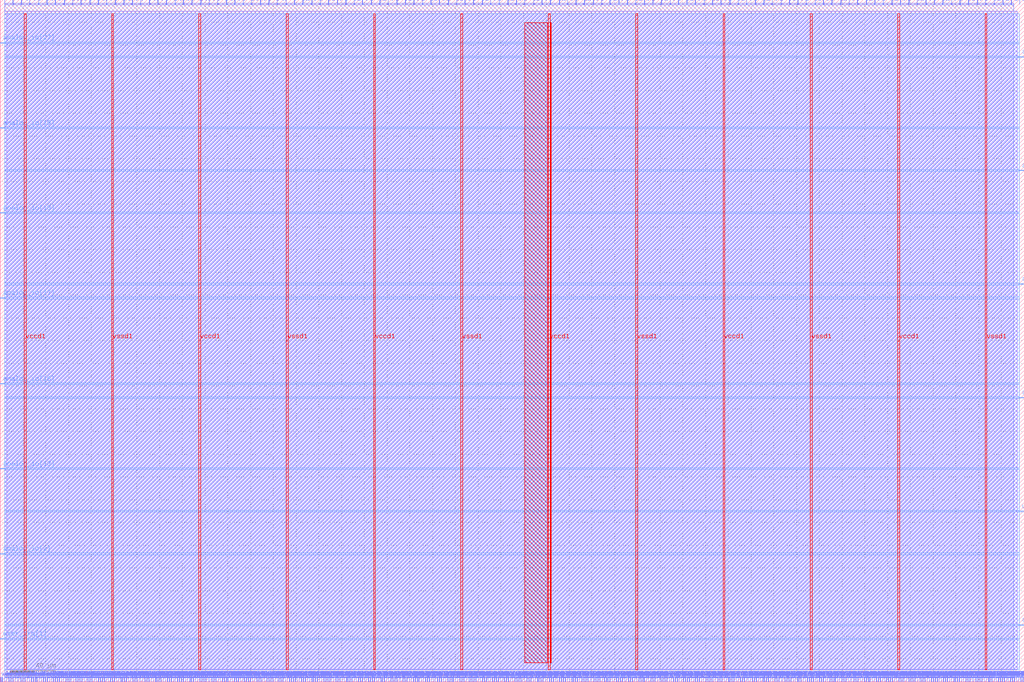
<source format=lef>
VERSION 5.7 ;
  NOWIREEXTENSIONATPIN ON ;
  DIVIDERCHAR "/" ;
  BUSBITCHARS "[]" ;
MACRO macro_decap
  CLASS BLOCK ;
  FOREIGN macro_decap ;
  ORIGIN 0.000 0.000 ;
  SIZE 900.000 BY 600.000 ;
  PIN active
    DIRECTION INPUT ;
    USE SIGNAL ;
    PORT
      LAYER met3 ;
        RECT 896.000 49.680 900.000 50.280 ;
    END
  END active
  PIN analog_io[0]
    DIRECTION INOUT ;
    USE SIGNAL ;
    PORT
      LAYER met2 ;
        RECT 877.310 0.000 877.590 4.000 ;
    END
  END analog_io[0]
  PIN analog_io[10]
    DIRECTION INOUT ;
    USE SIGNAL ;
    PORT
      LAYER met2 ;
        RECT 889.730 0.000 890.010 4.000 ;
    END
  END analog_io[10]
  PIN analog_io[11]
    DIRECTION INOUT ;
    USE SIGNAL ;
    PORT
      LAYER met2 ;
        RECT 866.270 596.000 866.550 600.000 ;
    END
  END analog_io[11]
  PIN analog_io[12]
    DIRECTION INOUT ;
    USE SIGNAL ;
    PORT
      LAYER met3 ;
        RECT 896.000 449.520 900.000 450.120 ;
    END
  END analog_io[12]
  PIN analog_io[13]
    DIRECTION INOUT ;
    USE SIGNAL ;
    PORT
      LAYER met3 ;
        RECT 0.000 187.040 4.000 187.640 ;
    END
  END analog_io[13]
  PIN analog_io[14]
    DIRECTION INOUT ;
    USE SIGNAL ;
    PORT
      LAYER met2 ;
        RECT 873.630 596.000 873.910 600.000 ;
    END
  END analog_io[14]
  PIN analog_io[15]
    DIRECTION INOUT ;
    USE SIGNAL ;
    PORT
      LAYER met2 ;
        RECT 891.570 0.000 891.850 4.000 ;
    END
  END analog_io[15]
  PIN analog_io[16]
    DIRECTION INOUT ;
    USE SIGNAL ;
    PORT
      LAYER met3 ;
        RECT 0.000 261.840 4.000 262.440 ;
    END
  END analog_io[16]
  PIN analog_io[17]
    DIRECTION INOUT ;
    USE SIGNAL ;
    PORT
      LAYER met3 ;
        RECT 0.000 337.320 4.000 337.920 ;
    END
  END analog_io[17]
  PIN analog_io[18]
    DIRECTION INOUT ;
    USE SIGNAL ;
    PORT
      LAYER met3 ;
        RECT 0.000 412.120 4.000 412.720 ;
    END
  END analog_io[18]
  PIN analog_io[19]
    DIRECTION INOUT ;
    USE SIGNAL ;
    PORT
      LAYER met3 ;
        RECT 0.000 486.920 4.000 487.520 ;
    END
  END analog_io[19]
  PIN analog_io[1]
    DIRECTION INOUT ;
    USE SIGNAL ;
    PORT
      LAYER met2 ;
        RECT 880.990 0.000 881.270 4.000 ;
    END
  END analog_io[1]
  PIN analog_io[20]
    DIRECTION INOUT ;
    USE SIGNAL ;
    PORT
      LAYER met2 ;
        RECT 893.410 0.000 893.690 4.000 ;
    END
  END analog_io[20]
  PIN analog_io[21]
    DIRECTION INOUT ;
    USE SIGNAL ;
    PORT
      LAYER met2 ;
        RECT 895.250 0.000 895.530 4.000 ;
    END
  END analog_io[21]
  PIN analog_io[22]
    DIRECTION INOUT ;
    USE SIGNAL ;
    PORT
      LAYER met2 ;
        RECT 881.450 596.000 881.730 600.000 ;
    END
  END analog_io[22]
  PIN analog_io[23]
    DIRECTION INOUT ;
    USE SIGNAL ;
    PORT
      LAYER met2 ;
        RECT 888.810 596.000 889.090 600.000 ;
    END
  END analog_io[23]
  PIN analog_io[24]
    DIRECTION INOUT ;
    USE SIGNAL ;
    PORT
      LAYER met2 ;
        RECT 897.090 0.000 897.370 4.000 ;
    END
  END analog_io[24]
  PIN analog_io[25]
    DIRECTION INOUT ;
    USE SIGNAL ;
    PORT
      LAYER met2 ;
        RECT 898.930 0.000 899.210 4.000 ;
    END
  END analog_io[25]
  PIN analog_io[26]
    DIRECTION INOUT ;
    USE SIGNAL ;
    PORT
      LAYER met3 ;
        RECT 896.000 549.480 900.000 550.080 ;
    END
  END analog_io[26]
  PIN analog_io[27]
    DIRECTION INOUT ;
    USE SIGNAL ;
    PORT
      LAYER met3 ;
        RECT 0.000 561.720 4.000 562.320 ;
    END
  END analog_io[27]
  PIN analog_io[28]
    DIRECTION INOUT ;
    USE SIGNAL ;
    PORT
      LAYER met2 ;
        RECT 896.170 596.000 896.450 600.000 ;
    END
  END analog_io[28]
  PIN analog_io[2]
    DIRECTION INOUT ;
    USE SIGNAL ;
    PORT
      LAYER met3 ;
        RECT 0.000 112.240 4.000 112.840 ;
    END
  END analog_io[2]
  PIN analog_io[3]
    DIRECTION INOUT ;
    USE SIGNAL ;
    PORT
      LAYER met2 ;
        RECT 882.830 0.000 883.110 4.000 ;
    END
  END analog_io[3]
  PIN analog_io[4]
    DIRECTION INOUT ;
    USE SIGNAL ;
    PORT
      LAYER met2 ;
        RECT 858.910 596.000 859.190 600.000 ;
    END
  END analog_io[4]
  PIN analog_io[5]
    DIRECTION INOUT ;
    USE SIGNAL ;
    PORT
      LAYER met3 ;
        RECT 896.000 249.600 900.000 250.200 ;
    END
  END analog_io[5]
  PIN analog_io[6]
    DIRECTION INOUT ;
    USE SIGNAL ;
    PORT
      LAYER met2 ;
        RECT 884.670 0.000 884.950 4.000 ;
    END
  END analog_io[6]
  PIN analog_io[7]
    DIRECTION INOUT ;
    USE SIGNAL ;
    PORT
      LAYER met3 ;
        RECT 896.000 349.560 900.000 350.160 ;
    END
  END analog_io[7]
  PIN analog_io[8]
    DIRECTION INOUT ;
    USE SIGNAL ;
    PORT
      LAYER met2 ;
        RECT 886.050 0.000 886.330 4.000 ;
    END
  END analog_io[8]
  PIN analog_io[9]
    DIRECTION INOUT ;
    USE SIGNAL ;
    PORT
      LAYER met2 ;
        RECT 887.890 0.000 888.170 4.000 ;
    END
  END analog_io[9]
  PIN io_in[0]
    DIRECTION INPUT ;
    USE SIGNAL ;
    PORT
      LAYER met2 ;
        RECT 3.770 596.000 4.050 600.000 ;
    END
  END io_in[0]
  PIN io_in[10]
    DIRECTION INPUT ;
    USE SIGNAL ;
    PORT
      LAYER met2 ;
        RECT 228.710 596.000 228.990 600.000 ;
    END
  END io_in[10]
  PIN io_in[11]
    DIRECTION INPUT ;
    USE SIGNAL ;
    PORT
      LAYER met2 ;
        RECT 251.250 596.000 251.530 600.000 ;
    END
  END io_in[11]
  PIN io_in[12]
    DIRECTION INPUT ;
    USE SIGNAL ;
    PORT
      LAYER met2 ;
        RECT 273.790 596.000 274.070 600.000 ;
    END
  END io_in[12]
  PIN io_in[13]
    DIRECTION INPUT ;
    USE SIGNAL ;
    PORT
      LAYER met2 ;
        RECT 296.330 596.000 296.610 600.000 ;
    END
  END io_in[13]
  PIN io_in[14]
    DIRECTION INPUT ;
    USE SIGNAL ;
    PORT
      LAYER met2 ;
        RECT 318.410 596.000 318.690 600.000 ;
    END
  END io_in[14]
  PIN io_in[15]
    DIRECTION INPUT ;
    USE SIGNAL ;
    PORT
      LAYER met2 ;
        RECT 340.950 596.000 341.230 600.000 ;
    END
  END io_in[15]
  PIN io_in[16]
    DIRECTION INPUT ;
    USE SIGNAL ;
    PORT
      LAYER met2 ;
        RECT 363.490 596.000 363.770 600.000 ;
    END
  END io_in[16]
  PIN io_in[17]
    DIRECTION INPUT ;
    USE SIGNAL ;
    PORT
      LAYER met2 ;
        RECT 386.030 596.000 386.310 600.000 ;
    END
  END io_in[17]
  PIN io_in[18]
    DIRECTION INPUT ;
    USE SIGNAL ;
    PORT
      LAYER met2 ;
        RECT 408.570 596.000 408.850 600.000 ;
    END
  END io_in[18]
  PIN io_in[19]
    DIRECTION INPUT ;
    USE SIGNAL ;
    PORT
      LAYER met2 ;
        RECT 431.110 596.000 431.390 600.000 ;
    END
  END io_in[19]
  PIN io_in[1]
    DIRECTION INPUT ;
    USE SIGNAL ;
    PORT
      LAYER met2 ;
        RECT 25.850 596.000 26.130 600.000 ;
    END
  END io_in[1]
  PIN io_in[20]
    DIRECTION INPUT ;
    USE SIGNAL ;
    PORT
      LAYER met2 ;
        RECT 453.650 596.000 453.930 600.000 ;
    END
  END io_in[20]
  PIN io_in[21]
    DIRECTION INPUT ;
    USE SIGNAL ;
    PORT
      LAYER met2 ;
        RECT 476.190 596.000 476.470 600.000 ;
    END
  END io_in[21]
  PIN io_in[22]
    DIRECTION INPUT ;
    USE SIGNAL ;
    PORT
      LAYER met2 ;
        RECT 498.730 596.000 499.010 600.000 ;
    END
  END io_in[22]
  PIN io_in[23]
    DIRECTION INPUT ;
    USE SIGNAL ;
    PORT
      LAYER met2 ;
        RECT 521.270 596.000 521.550 600.000 ;
    END
  END io_in[23]
  PIN io_in[24]
    DIRECTION INPUT ;
    USE SIGNAL ;
    PORT
      LAYER met2 ;
        RECT 543.810 596.000 544.090 600.000 ;
    END
  END io_in[24]
  PIN io_in[25]
    DIRECTION INPUT ;
    USE SIGNAL ;
    PORT
      LAYER met2 ;
        RECT 566.350 596.000 566.630 600.000 ;
    END
  END io_in[25]
  PIN io_in[26]
    DIRECTION INPUT ;
    USE SIGNAL ;
    PORT
      LAYER met2 ;
        RECT 588.890 596.000 589.170 600.000 ;
    END
  END io_in[26]
  PIN io_in[27]
    DIRECTION INPUT ;
    USE SIGNAL ;
    PORT
      LAYER met2 ;
        RECT 610.970 596.000 611.250 600.000 ;
    END
  END io_in[27]
  PIN io_in[28]
    DIRECTION INPUT ;
    USE SIGNAL ;
    PORT
      LAYER met2 ;
        RECT 633.510 596.000 633.790 600.000 ;
    END
  END io_in[28]
  PIN io_in[29]
    DIRECTION INPUT ;
    USE SIGNAL ;
    PORT
      LAYER met2 ;
        RECT 656.050 596.000 656.330 600.000 ;
    END
  END io_in[29]
  PIN io_in[2]
    DIRECTION INPUT ;
    USE SIGNAL ;
    PORT
      LAYER met2 ;
        RECT 48.390 596.000 48.670 600.000 ;
    END
  END io_in[2]
  PIN io_in[30]
    DIRECTION INPUT ;
    USE SIGNAL ;
    PORT
      LAYER met2 ;
        RECT 678.590 596.000 678.870 600.000 ;
    END
  END io_in[30]
  PIN io_in[31]
    DIRECTION INPUT ;
    USE SIGNAL ;
    PORT
      LAYER met2 ;
        RECT 701.130 596.000 701.410 600.000 ;
    END
  END io_in[31]
  PIN io_in[32]
    DIRECTION INPUT ;
    USE SIGNAL ;
    PORT
      LAYER met2 ;
        RECT 723.670 596.000 723.950 600.000 ;
    END
  END io_in[32]
  PIN io_in[33]
    DIRECTION INPUT ;
    USE SIGNAL ;
    PORT
      LAYER met2 ;
        RECT 746.210 596.000 746.490 600.000 ;
    END
  END io_in[33]
  PIN io_in[34]
    DIRECTION INPUT ;
    USE SIGNAL ;
    PORT
      LAYER met2 ;
        RECT 768.750 596.000 769.030 600.000 ;
    END
  END io_in[34]
  PIN io_in[35]
    DIRECTION INPUT ;
    USE SIGNAL ;
    PORT
      LAYER met2 ;
        RECT 791.290 596.000 791.570 600.000 ;
    END
  END io_in[35]
  PIN io_in[36]
    DIRECTION INPUT ;
    USE SIGNAL ;
    PORT
      LAYER met2 ;
        RECT 813.830 596.000 814.110 600.000 ;
    END
  END io_in[36]
  PIN io_in[37]
    DIRECTION INPUT ;
    USE SIGNAL ;
    PORT
      LAYER met2 ;
        RECT 836.370 596.000 836.650 600.000 ;
    END
  END io_in[37]
  PIN io_in[3]
    DIRECTION INPUT ;
    USE SIGNAL ;
    PORT
      LAYER met2 ;
        RECT 70.930 596.000 71.210 600.000 ;
    END
  END io_in[3]
  PIN io_in[4]
    DIRECTION INPUT ;
    USE SIGNAL ;
    PORT
      LAYER met2 ;
        RECT 93.470 596.000 93.750 600.000 ;
    END
  END io_in[4]
  PIN io_in[5]
    DIRECTION INPUT ;
    USE SIGNAL ;
    PORT
      LAYER met2 ;
        RECT 116.010 596.000 116.290 600.000 ;
    END
  END io_in[5]
  PIN io_in[6]
    DIRECTION INPUT ;
    USE SIGNAL ;
    PORT
      LAYER met2 ;
        RECT 138.550 596.000 138.830 600.000 ;
    END
  END io_in[6]
  PIN io_in[7]
    DIRECTION INPUT ;
    USE SIGNAL ;
    PORT
      LAYER met2 ;
        RECT 161.090 596.000 161.370 600.000 ;
    END
  END io_in[7]
  PIN io_in[8]
    DIRECTION INPUT ;
    USE SIGNAL ;
    PORT
      LAYER met2 ;
        RECT 183.630 596.000 183.910 600.000 ;
    END
  END io_in[8]
  PIN io_in[9]
    DIRECTION INPUT ;
    USE SIGNAL ;
    PORT
      LAYER met2 ;
        RECT 206.170 596.000 206.450 600.000 ;
    END
  END io_in[9]
  PIN io_oeb[0]
    DIRECTION OUTPUT TRISTATE ;
    USE SIGNAL ;
    PORT
      LAYER met2 ;
        RECT 11.130 596.000 11.410 600.000 ;
    END
  END io_oeb[0]
  PIN io_oeb[10]
    DIRECTION OUTPUT TRISTATE ;
    USE SIGNAL ;
    PORT
      LAYER met2 ;
        RECT 236.070 596.000 236.350 600.000 ;
    END
  END io_oeb[10]
  PIN io_oeb[11]
    DIRECTION OUTPUT TRISTATE ;
    USE SIGNAL ;
    PORT
      LAYER met2 ;
        RECT 258.610 596.000 258.890 600.000 ;
    END
  END io_oeb[11]
  PIN io_oeb[12]
    DIRECTION OUTPUT TRISTATE ;
    USE SIGNAL ;
    PORT
      LAYER met2 ;
        RECT 281.150 596.000 281.430 600.000 ;
    END
  END io_oeb[12]
  PIN io_oeb[13]
    DIRECTION OUTPUT TRISTATE ;
    USE SIGNAL ;
    PORT
      LAYER met2 ;
        RECT 303.690 596.000 303.970 600.000 ;
    END
  END io_oeb[13]
  PIN io_oeb[14]
    DIRECTION OUTPUT TRISTATE ;
    USE SIGNAL ;
    PORT
      LAYER met2 ;
        RECT 326.230 596.000 326.510 600.000 ;
    END
  END io_oeb[14]
  PIN io_oeb[15]
    DIRECTION OUTPUT TRISTATE ;
    USE SIGNAL ;
    PORT
      LAYER met2 ;
        RECT 348.770 596.000 349.050 600.000 ;
    END
  END io_oeb[15]
  PIN io_oeb[16]
    DIRECTION OUTPUT TRISTATE ;
    USE SIGNAL ;
    PORT
      LAYER met2 ;
        RECT 371.310 596.000 371.590 600.000 ;
    END
  END io_oeb[16]
  PIN io_oeb[17]
    DIRECTION OUTPUT TRISTATE ;
    USE SIGNAL ;
    PORT
      LAYER met2 ;
        RECT 393.850 596.000 394.130 600.000 ;
    END
  END io_oeb[17]
  PIN io_oeb[18]
    DIRECTION OUTPUT TRISTATE ;
    USE SIGNAL ;
    PORT
      LAYER met2 ;
        RECT 415.930 596.000 416.210 600.000 ;
    END
  END io_oeb[18]
  PIN io_oeb[19]
    DIRECTION OUTPUT TRISTATE ;
    USE SIGNAL ;
    PORT
      LAYER met2 ;
        RECT 438.470 596.000 438.750 600.000 ;
    END
  END io_oeb[19]
  PIN io_oeb[1]
    DIRECTION OUTPUT TRISTATE ;
    USE SIGNAL ;
    PORT
      LAYER met2 ;
        RECT 33.670 596.000 33.950 600.000 ;
    END
  END io_oeb[1]
  PIN io_oeb[20]
    DIRECTION OUTPUT TRISTATE ;
    USE SIGNAL ;
    PORT
      LAYER met2 ;
        RECT 461.010 596.000 461.290 600.000 ;
    END
  END io_oeb[20]
  PIN io_oeb[21]
    DIRECTION OUTPUT TRISTATE ;
    USE SIGNAL ;
    PORT
      LAYER met2 ;
        RECT 483.550 596.000 483.830 600.000 ;
    END
  END io_oeb[21]
  PIN io_oeb[22]
    DIRECTION OUTPUT TRISTATE ;
    USE SIGNAL ;
    PORT
      LAYER met2 ;
        RECT 506.090 596.000 506.370 600.000 ;
    END
  END io_oeb[22]
  PIN io_oeb[23]
    DIRECTION OUTPUT TRISTATE ;
    USE SIGNAL ;
    PORT
      LAYER met2 ;
        RECT 528.630 596.000 528.910 600.000 ;
    END
  END io_oeb[23]
  PIN io_oeb[24]
    DIRECTION OUTPUT TRISTATE ;
    USE SIGNAL ;
    PORT
      LAYER met2 ;
        RECT 551.170 596.000 551.450 600.000 ;
    END
  END io_oeb[24]
  PIN io_oeb[25]
    DIRECTION OUTPUT TRISTATE ;
    USE SIGNAL ;
    PORT
      LAYER met2 ;
        RECT 573.710 596.000 573.990 600.000 ;
    END
  END io_oeb[25]
  PIN io_oeb[26]
    DIRECTION OUTPUT TRISTATE ;
    USE SIGNAL ;
    PORT
      LAYER met2 ;
        RECT 596.250 596.000 596.530 600.000 ;
    END
  END io_oeb[26]
  PIN io_oeb[27]
    DIRECTION OUTPUT TRISTATE ;
    USE SIGNAL ;
    PORT
      LAYER met2 ;
        RECT 618.790 596.000 619.070 600.000 ;
    END
  END io_oeb[27]
  PIN io_oeb[28]
    DIRECTION OUTPUT TRISTATE ;
    USE SIGNAL ;
    PORT
      LAYER met2 ;
        RECT 641.330 596.000 641.610 600.000 ;
    END
  END io_oeb[28]
  PIN io_oeb[29]
    DIRECTION OUTPUT TRISTATE ;
    USE SIGNAL ;
    PORT
      LAYER met2 ;
        RECT 663.870 596.000 664.150 600.000 ;
    END
  END io_oeb[29]
  PIN io_oeb[2]
    DIRECTION OUTPUT TRISTATE ;
    USE SIGNAL ;
    PORT
      LAYER met2 ;
        RECT 56.210 596.000 56.490 600.000 ;
    END
  END io_oeb[2]
  PIN io_oeb[30]
    DIRECTION OUTPUT TRISTATE ;
    USE SIGNAL ;
    PORT
      LAYER met2 ;
        RECT 686.410 596.000 686.690 600.000 ;
    END
  END io_oeb[30]
  PIN io_oeb[31]
    DIRECTION OUTPUT TRISTATE ;
    USE SIGNAL ;
    PORT
      LAYER met2 ;
        RECT 708.490 596.000 708.770 600.000 ;
    END
  END io_oeb[31]
  PIN io_oeb[32]
    DIRECTION OUTPUT TRISTATE ;
    USE SIGNAL ;
    PORT
      LAYER met2 ;
        RECT 731.030 596.000 731.310 600.000 ;
    END
  END io_oeb[32]
  PIN io_oeb[33]
    DIRECTION OUTPUT TRISTATE ;
    USE SIGNAL ;
    PORT
      LAYER met2 ;
        RECT 753.570 596.000 753.850 600.000 ;
    END
  END io_oeb[33]
  PIN io_oeb[34]
    DIRECTION OUTPUT TRISTATE ;
    USE SIGNAL ;
    PORT
      LAYER met2 ;
        RECT 776.110 596.000 776.390 600.000 ;
    END
  END io_oeb[34]
  PIN io_oeb[35]
    DIRECTION OUTPUT TRISTATE ;
    USE SIGNAL ;
    PORT
      LAYER met2 ;
        RECT 798.650 596.000 798.930 600.000 ;
    END
  END io_oeb[35]
  PIN io_oeb[36]
    DIRECTION OUTPUT TRISTATE ;
    USE SIGNAL ;
    PORT
      LAYER met2 ;
        RECT 821.190 596.000 821.470 600.000 ;
    END
  END io_oeb[36]
  PIN io_oeb[37]
    DIRECTION OUTPUT TRISTATE ;
    USE SIGNAL ;
    PORT
      LAYER met2 ;
        RECT 843.730 596.000 844.010 600.000 ;
    END
  END io_oeb[37]
  PIN io_oeb[3]
    DIRECTION OUTPUT TRISTATE ;
    USE SIGNAL ;
    PORT
      LAYER met2 ;
        RECT 78.750 596.000 79.030 600.000 ;
    END
  END io_oeb[3]
  PIN io_oeb[4]
    DIRECTION OUTPUT TRISTATE ;
    USE SIGNAL ;
    PORT
      LAYER met2 ;
        RECT 101.290 596.000 101.570 600.000 ;
    END
  END io_oeb[4]
  PIN io_oeb[5]
    DIRECTION OUTPUT TRISTATE ;
    USE SIGNAL ;
    PORT
      LAYER met2 ;
        RECT 123.370 596.000 123.650 600.000 ;
    END
  END io_oeb[5]
  PIN io_oeb[6]
    DIRECTION OUTPUT TRISTATE ;
    USE SIGNAL ;
    PORT
      LAYER met2 ;
        RECT 145.910 596.000 146.190 600.000 ;
    END
  END io_oeb[6]
  PIN io_oeb[7]
    DIRECTION OUTPUT TRISTATE ;
    USE SIGNAL ;
    PORT
      LAYER met2 ;
        RECT 168.450 596.000 168.730 600.000 ;
    END
  END io_oeb[7]
  PIN io_oeb[8]
    DIRECTION OUTPUT TRISTATE ;
    USE SIGNAL ;
    PORT
      LAYER met2 ;
        RECT 190.990 596.000 191.270 600.000 ;
    END
  END io_oeb[8]
  PIN io_oeb[9]
    DIRECTION OUTPUT TRISTATE ;
    USE SIGNAL ;
    PORT
      LAYER met2 ;
        RECT 213.530 596.000 213.810 600.000 ;
    END
  END io_oeb[9]
  PIN io_out[0]
    DIRECTION OUTPUT TRISTATE ;
    USE SIGNAL ;
    PORT
      LAYER met2 ;
        RECT 18.490 596.000 18.770 600.000 ;
    END
  END io_out[0]
  PIN io_out[10]
    DIRECTION OUTPUT TRISTATE ;
    USE SIGNAL ;
    PORT
      LAYER met2 ;
        RECT 243.430 596.000 243.710 600.000 ;
    END
  END io_out[10]
  PIN io_out[11]
    DIRECTION OUTPUT TRISTATE ;
    USE SIGNAL ;
    PORT
      LAYER met2 ;
        RECT 265.970 596.000 266.250 600.000 ;
    END
  END io_out[11]
  PIN io_out[12]
    DIRECTION OUTPUT TRISTATE ;
    USE SIGNAL ;
    PORT
      LAYER met2 ;
        RECT 288.510 596.000 288.790 600.000 ;
    END
  END io_out[12]
  PIN io_out[13]
    DIRECTION OUTPUT TRISTATE ;
    USE SIGNAL ;
    PORT
      LAYER met2 ;
        RECT 311.050 596.000 311.330 600.000 ;
    END
  END io_out[13]
  PIN io_out[14]
    DIRECTION OUTPUT TRISTATE ;
    USE SIGNAL ;
    PORT
      LAYER met2 ;
        RECT 333.590 596.000 333.870 600.000 ;
    END
  END io_out[14]
  PIN io_out[15]
    DIRECTION OUTPUT TRISTATE ;
    USE SIGNAL ;
    PORT
      LAYER met2 ;
        RECT 356.130 596.000 356.410 600.000 ;
    END
  END io_out[15]
  PIN io_out[16]
    DIRECTION OUTPUT TRISTATE ;
    USE SIGNAL ;
    PORT
      LAYER met2 ;
        RECT 378.670 596.000 378.950 600.000 ;
    END
  END io_out[16]
  PIN io_out[17]
    DIRECTION OUTPUT TRISTATE ;
    USE SIGNAL ;
    PORT
      LAYER met2 ;
        RECT 401.210 596.000 401.490 600.000 ;
    END
  END io_out[17]
  PIN io_out[18]
    DIRECTION OUTPUT TRISTATE ;
    USE SIGNAL ;
    PORT
      LAYER met2 ;
        RECT 423.750 596.000 424.030 600.000 ;
    END
  END io_out[18]
  PIN io_out[19]
    DIRECTION OUTPUT TRISTATE ;
    USE SIGNAL ;
    PORT
      LAYER met2 ;
        RECT 446.290 596.000 446.570 600.000 ;
    END
  END io_out[19]
  PIN io_out[1]
    DIRECTION OUTPUT TRISTATE ;
    USE SIGNAL ;
    PORT
      LAYER met2 ;
        RECT 41.030 596.000 41.310 600.000 ;
    END
  END io_out[1]
  PIN io_out[20]
    DIRECTION OUTPUT TRISTATE ;
    USE SIGNAL ;
    PORT
      LAYER met2 ;
        RECT 468.830 596.000 469.110 600.000 ;
    END
  END io_out[20]
  PIN io_out[21]
    DIRECTION OUTPUT TRISTATE ;
    USE SIGNAL ;
    PORT
      LAYER met2 ;
        RECT 491.370 596.000 491.650 600.000 ;
    END
  END io_out[21]
  PIN io_out[22]
    DIRECTION OUTPUT TRISTATE ;
    USE SIGNAL ;
    PORT
      LAYER met2 ;
        RECT 513.450 596.000 513.730 600.000 ;
    END
  END io_out[22]
  PIN io_out[23]
    DIRECTION OUTPUT TRISTATE ;
    USE SIGNAL ;
    PORT
      LAYER met2 ;
        RECT 535.990 596.000 536.270 600.000 ;
    END
  END io_out[23]
  PIN io_out[24]
    DIRECTION OUTPUT TRISTATE ;
    USE SIGNAL ;
    PORT
      LAYER met2 ;
        RECT 558.530 596.000 558.810 600.000 ;
    END
  END io_out[24]
  PIN io_out[25]
    DIRECTION OUTPUT TRISTATE ;
    USE SIGNAL ;
    PORT
      LAYER met2 ;
        RECT 581.070 596.000 581.350 600.000 ;
    END
  END io_out[25]
  PIN io_out[26]
    DIRECTION OUTPUT TRISTATE ;
    USE SIGNAL ;
    PORT
      LAYER met2 ;
        RECT 603.610 596.000 603.890 600.000 ;
    END
  END io_out[26]
  PIN io_out[27]
    DIRECTION OUTPUT TRISTATE ;
    USE SIGNAL ;
    PORT
      LAYER met2 ;
        RECT 626.150 596.000 626.430 600.000 ;
    END
  END io_out[27]
  PIN io_out[28]
    DIRECTION OUTPUT TRISTATE ;
    USE SIGNAL ;
    PORT
      LAYER met2 ;
        RECT 648.690 596.000 648.970 600.000 ;
    END
  END io_out[28]
  PIN io_out[29]
    DIRECTION OUTPUT TRISTATE ;
    USE SIGNAL ;
    PORT
      LAYER met2 ;
        RECT 671.230 596.000 671.510 600.000 ;
    END
  END io_out[29]
  PIN io_out[2]
    DIRECTION OUTPUT TRISTATE ;
    USE SIGNAL ;
    PORT
      LAYER met2 ;
        RECT 63.570 596.000 63.850 600.000 ;
    END
  END io_out[2]
  PIN io_out[30]
    DIRECTION OUTPUT TRISTATE ;
    USE SIGNAL ;
    PORT
      LAYER met2 ;
        RECT 693.770 596.000 694.050 600.000 ;
    END
  END io_out[30]
  PIN io_out[31]
    DIRECTION OUTPUT TRISTATE ;
    USE SIGNAL ;
    PORT
      LAYER met2 ;
        RECT 716.310 596.000 716.590 600.000 ;
    END
  END io_out[31]
  PIN io_out[32]
    DIRECTION OUTPUT TRISTATE ;
    USE SIGNAL ;
    PORT
      LAYER met2 ;
        RECT 738.850 596.000 739.130 600.000 ;
    END
  END io_out[32]
  PIN io_out[33]
    DIRECTION OUTPUT TRISTATE ;
    USE SIGNAL ;
    PORT
      LAYER met2 ;
        RECT 761.390 596.000 761.670 600.000 ;
    END
  END io_out[33]
  PIN io_out[34]
    DIRECTION OUTPUT TRISTATE ;
    USE SIGNAL ;
    PORT
      LAYER met2 ;
        RECT 783.930 596.000 784.210 600.000 ;
    END
  END io_out[34]
  PIN io_out[35]
    DIRECTION OUTPUT TRISTATE ;
    USE SIGNAL ;
    PORT
      LAYER met2 ;
        RECT 806.010 596.000 806.290 600.000 ;
    END
  END io_out[35]
  PIN io_out[36]
    DIRECTION OUTPUT TRISTATE ;
    USE SIGNAL ;
    PORT
      LAYER met2 ;
        RECT 828.550 596.000 828.830 600.000 ;
    END
  END io_out[36]
  PIN io_out[37]
    DIRECTION OUTPUT TRISTATE ;
    USE SIGNAL ;
    PORT
      LAYER met2 ;
        RECT 851.090 596.000 851.370 600.000 ;
    END
  END io_out[37]
  PIN io_out[3]
    DIRECTION OUTPUT TRISTATE ;
    USE SIGNAL ;
    PORT
      LAYER met2 ;
        RECT 86.110 596.000 86.390 600.000 ;
    END
  END io_out[3]
  PIN io_out[4]
    DIRECTION OUTPUT TRISTATE ;
    USE SIGNAL ;
    PORT
      LAYER met2 ;
        RECT 108.650 596.000 108.930 600.000 ;
    END
  END io_out[4]
  PIN io_out[5]
    DIRECTION OUTPUT TRISTATE ;
    USE SIGNAL ;
    PORT
      LAYER met2 ;
        RECT 131.190 596.000 131.470 600.000 ;
    END
  END io_out[5]
  PIN io_out[6]
    DIRECTION OUTPUT TRISTATE ;
    USE SIGNAL ;
    PORT
      LAYER met2 ;
        RECT 153.730 596.000 154.010 600.000 ;
    END
  END io_out[6]
  PIN io_out[7]
    DIRECTION OUTPUT TRISTATE ;
    USE SIGNAL ;
    PORT
      LAYER met2 ;
        RECT 176.270 596.000 176.550 600.000 ;
    END
  END io_out[7]
  PIN io_out[8]
    DIRECTION OUTPUT TRISTATE ;
    USE SIGNAL ;
    PORT
      LAYER met2 ;
        RECT 198.810 596.000 199.090 600.000 ;
    END
  END io_out[8]
  PIN io_out[9]
    DIRECTION OUTPUT TRISTATE ;
    USE SIGNAL ;
    PORT
      LAYER met2 ;
        RECT 220.890 596.000 221.170 600.000 ;
    END
  END io_out[9]
  PIN la_data_in[0]
    DIRECTION INPUT ;
    USE SIGNAL ;
    PORT
      LAYER met2 ;
        RECT 189.610 0.000 189.890 4.000 ;
    END
  END la_data_in[0]
  PIN la_data_in[100]
    DIRECTION INPUT ;
    USE SIGNAL ;
    PORT
      LAYER met2 ;
        RECT 725.510 0.000 725.790 4.000 ;
    END
  END la_data_in[100]
  PIN la_data_in[101]
    DIRECTION INPUT ;
    USE SIGNAL ;
    PORT
      LAYER met2 ;
        RECT 731.030 0.000 731.310 4.000 ;
    END
  END la_data_in[101]
  PIN la_data_in[102]
    DIRECTION INPUT ;
    USE SIGNAL ;
    PORT
      LAYER met2 ;
        RECT 736.090 0.000 736.370 4.000 ;
    END
  END la_data_in[102]
  PIN la_data_in[103]
    DIRECTION INPUT ;
    USE SIGNAL ;
    PORT
      LAYER met2 ;
        RECT 741.610 0.000 741.890 4.000 ;
    END
  END la_data_in[103]
  PIN la_data_in[104]
    DIRECTION INPUT ;
    USE SIGNAL ;
    PORT
      LAYER met2 ;
        RECT 747.130 0.000 747.410 4.000 ;
    END
  END la_data_in[104]
  PIN la_data_in[105]
    DIRECTION INPUT ;
    USE SIGNAL ;
    PORT
      LAYER met2 ;
        RECT 752.190 0.000 752.470 4.000 ;
    END
  END la_data_in[105]
  PIN la_data_in[106]
    DIRECTION INPUT ;
    USE SIGNAL ;
    PORT
      LAYER met2 ;
        RECT 757.710 0.000 757.990 4.000 ;
    END
  END la_data_in[106]
  PIN la_data_in[107]
    DIRECTION INPUT ;
    USE SIGNAL ;
    PORT
      LAYER met2 ;
        RECT 763.230 0.000 763.510 4.000 ;
    END
  END la_data_in[107]
  PIN la_data_in[108]
    DIRECTION INPUT ;
    USE SIGNAL ;
    PORT
      LAYER met2 ;
        RECT 768.290 0.000 768.570 4.000 ;
    END
  END la_data_in[108]
  PIN la_data_in[109]
    DIRECTION INPUT ;
    USE SIGNAL ;
    PORT
      LAYER met2 ;
        RECT 773.810 0.000 774.090 4.000 ;
    END
  END la_data_in[109]
  PIN la_data_in[10]
    DIRECTION INPUT ;
    USE SIGNAL ;
    PORT
      LAYER met2 ;
        RECT 243.430 0.000 243.710 4.000 ;
    END
  END la_data_in[10]
  PIN la_data_in[110]
    DIRECTION INPUT ;
    USE SIGNAL ;
    PORT
      LAYER met2 ;
        RECT 778.870 0.000 779.150 4.000 ;
    END
  END la_data_in[110]
  PIN la_data_in[111]
    DIRECTION INPUT ;
    USE SIGNAL ;
    PORT
      LAYER met2 ;
        RECT 784.390 0.000 784.670 4.000 ;
    END
  END la_data_in[111]
  PIN la_data_in[112]
    DIRECTION INPUT ;
    USE SIGNAL ;
    PORT
      LAYER met2 ;
        RECT 789.910 0.000 790.190 4.000 ;
    END
  END la_data_in[112]
  PIN la_data_in[113]
    DIRECTION INPUT ;
    USE SIGNAL ;
    PORT
      LAYER met2 ;
        RECT 794.970 0.000 795.250 4.000 ;
    END
  END la_data_in[113]
  PIN la_data_in[114]
    DIRECTION INPUT ;
    USE SIGNAL ;
    PORT
      LAYER met2 ;
        RECT 800.490 0.000 800.770 4.000 ;
    END
  END la_data_in[114]
  PIN la_data_in[115]
    DIRECTION INPUT ;
    USE SIGNAL ;
    PORT
      LAYER met2 ;
        RECT 806.010 0.000 806.290 4.000 ;
    END
  END la_data_in[115]
  PIN la_data_in[116]
    DIRECTION INPUT ;
    USE SIGNAL ;
    PORT
      LAYER met2 ;
        RECT 811.070 0.000 811.350 4.000 ;
    END
  END la_data_in[116]
  PIN la_data_in[117]
    DIRECTION INPUT ;
    USE SIGNAL ;
    PORT
      LAYER met2 ;
        RECT 816.590 0.000 816.870 4.000 ;
    END
  END la_data_in[117]
  PIN la_data_in[118]
    DIRECTION INPUT ;
    USE SIGNAL ;
    PORT
      LAYER met2 ;
        RECT 822.110 0.000 822.390 4.000 ;
    END
  END la_data_in[118]
  PIN la_data_in[119]
    DIRECTION INPUT ;
    USE SIGNAL ;
    PORT
      LAYER met2 ;
        RECT 827.170 0.000 827.450 4.000 ;
    END
  END la_data_in[119]
  PIN la_data_in[11]
    DIRECTION INPUT ;
    USE SIGNAL ;
    PORT
      LAYER met2 ;
        RECT 248.490 0.000 248.770 4.000 ;
    END
  END la_data_in[11]
  PIN la_data_in[120]
    DIRECTION INPUT ;
    USE SIGNAL ;
    PORT
      LAYER met2 ;
        RECT 832.690 0.000 832.970 4.000 ;
    END
  END la_data_in[120]
  PIN la_data_in[121]
    DIRECTION INPUT ;
    USE SIGNAL ;
    PORT
      LAYER met2 ;
        RECT 838.210 0.000 838.490 4.000 ;
    END
  END la_data_in[121]
  PIN la_data_in[122]
    DIRECTION INPUT ;
    USE SIGNAL ;
    PORT
      LAYER met2 ;
        RECT 843.270 0.000 843.550 4.000 ;
    END
  END la_data_in[122]
  PIN la_data_in[123]
    DIRECTION INPUT ;
    USE SIGNAL ;
    PORT
      LAYER met2 ;
        RECT 848.790 0.000 849.070 4.000 ;
    END
  END la_data_in[123]
  PIN la_data_in[124]
    DIRECTION INPUT ;
    USE SIGNAL ;
    PORT
      LAYER met2 ;
        RECT 854.310 0.000 854.590 4.000 ;
    END
  END la_data_in[124]
  PIN la_data_in[125]
    DIRECTION INPUT ;
    USE SIGNAL ;
    PORT
      LAYER met2 ;
        RECT 859.370 0.000 859.650 4.000 ;
    END
  END la_data_in[125]
  PIN la_data_in[126]
    DIRECTION INPUT ;
    USE SIGNAL ;
    PORT
      LAYER met2 ;
        RECT 864.890 0.000 865.170 4.000 ;
    END
  END la_data_in[126]
  PIN la_data_in[127]
    DIRECTION INPUT ;
    USE SIGNAL ;
    PORT
      LAYER met2 ;
        RECT 869.950 0.000 870.230 4.000 ;
    END
  END la_data_in[127]
  PIN la_data_in[12]
    DIRECTION INPUT ;
    USE SIGNAL ;
    PORT
      LAYER met2 ;
        RECT 254.010 0.000 254.290 4.000 ;
    END
  END la_data_in[12]
  PIN la_data_in[13]
    DIRECTION INPUT ;
    USE SIGNAL ;
    PORT
      LAYER met2 ;
        RECT 259.530 0.000 259.810 4.000 ;
    END
  END la_data_in[13]
  PIN la_data_in[14]
    DIRECTION INPUT ;
    USE SIGNAL ;
    PORT
      LAYER met2 ;
        RECT 264.590 0.000 264.870 4.000 ;
    END
  END la_data_in[14]
  PIN la_data_in[15]
    DIRECTION INPUT ;
    USE SIGNAL ;
    PORT
      LAYER met2 ;
        RECT 270.110 0.000 270.390 4.000 ;
    END
  END la_data_in[15]
  PIN la_data_in[16]
    DIRECTION INPUT ;
    USE SIGNAL ;
    PORT
      LAYER met2 ;
        RECT 275.170 0.000 275.450 4.000 ;
    END
  END la_data_in[16]
  PIN la_data_in[17]
    DIRECTION INPUT ;
    USE SIGNAL ;
    PORT
      LAYER met2 ;
        RECT 280.690 0.000 280.970 4.000 ;
    END
  END la_data_in[17]
  PIN la_data_in[18]
    DIRECTION INPUT ;
    USE SIGNAL ;
    PORT
      LAYER met2 ;
        RECT 286.210 0.000 286.490 4.000 ;
    END
  END la_data_in[18]
  PIN la_data_in[19]
    DIRECTION INPUT ;
    USE SIGNAL ;
    PORT
      LAYER met2 ;
        RECT 291.270 0.000 291.550 4.000 ;
    END
  END la_data_in[19]
  PIN la_data_in[1]
    DIRECTION INPUT ;
    USE SIGNAL ;
    PORT
      LAYER met2 ;
        RECT 195.130 0.000 195.410 4.000 ;
    END
  END la_data_in[1]
  PIN la_data_in[20]
    DIRECTION INPUT ;
    USE SIGNAL ;
    PORT
      LAYER met2 ;
        RECT 296.790 0.000 297.070 4.000 ;
    END
  END la_data_in[20]
  PIN la_data_in[21]
    DIRECTION INPUT ;
    USE SIGNAL ;
    PORT
      LAYER met2 ;
        RECT 302.310 0.000 302.590 4.000 ;
    END
  END la_data_in[21]
  PIN la_data_in[22]
    DIRECTION INPUT ;
    USE SIGNAL ;
    PORT
      LAYER met2 ;
        RECT 307.370 0.000 307.650 4.000 ;
    END
  END la_data_in[22]
  PIN la_data_in[23]
    DIRECTION INPUT ;
    USE SIGNAL ;
    PORT
      LAYER met2 ;
        RECT 312.890 0.000 313.170 4.000 ;
    END
  END la_data_in[23]
  PIN la_data_in[24]
    DIRECTION INPUT ;
    USE SIGNAL ;
    PORT
      LAYER met2 ;
        RECT 318.410 0.000 318.690 4.000 ;
    END
  END la_data_in[24]
  PIN la_data_in[25]
    DIRECTION INPUT ;
    USE SIGNAL ;
    PORT
      LAYER met2 ;
        RECT 323.470 0.000 323.750 4.000 ;
    END
  END la_data_in[25]
  PIN la_data_in[26]
    DIRECTION INPUT ;
    USE SIGNAL ;
    PORT
      LAYER met2 ;
        RECT 328.990 0.000 329.270 4.000 ;
    END
  END la_data_in[26]
  PIN la_data_in[27]
    DIRECTION INPUT ;
    USE SIGNAL ;
    PORT
      LAYER met2 ;
        RECT 334.510 0.000 334.790 4.000 ;
    END
  END la_data_in[27]
  PIN la_data_in[28]
    DIRECTION INPUT ;
    USE SIGNAL ;
    PORT
      LAYER met2 ;
        RECT 339.570 0.000 339.850 4.000 ;
    END
  END la_data_in[28]
  PIN la_data_in[29]
    DIRECTION INPUT ;
    USE SIGNAL ;
    PORT
      LAYER met2 ;
        RECT 345.090 0.000 345.370 4.000 ;
    END
  END la_data_in[29]
  PIN la_data_in[2]
    DIRECTION INPUT ;
    USE SIGNAL ;
    PORT
      LAYER met2 ;
        RECT 200.190 0.000 200.470 4.000 ;
    END
  END la_data_in[2]
  PIN la_data_in[30]
    DIRECTION INPUT ;
    USE SIGNAL ;
    PORT
      LAYER met2 ;
        RECT 350.610 0.000 350.890 4.000 ;
    END
  END la_data_in[30]
  PIN la_data_in[31]
    DIRECTION INPUT ;
    USE SIGNAL ;
    PORT
      LAYER met2 ;
        RECT 355.670 0.000 355.950 4.000 ;
    END
  END la_data_in[31]
  PIN la_data_in[32]
    DIRECTION INPUT ;
    USE SIGNAL ;
    PORT
      LAYER met2 ;
        RECT 361.190 0.000 361.470 4.000 ;
    END
  END la_data_in[32]
  PIN la_data_in[33]
    DIRECTION INPUT ;
    USE SIGNAL ;
    PORT
      LAYER met2 ;
        RECT 366.710 0.000 366.990 4.000 ;
    END
  END la_data_in[33]
  PIN la_data_in[34]
    DIRECTION INPUT ;
    USE SIGNAL ;
    PORT
      LAYER met2 ;
        RECT 371.770 0.000 372.050 4.000 ;
    END
  END la_data_in[34]
  PIN la_data_in[35]
    DIRECTION INPUT ;
    USE SIGNAL ;
    PORT
      LAYER met2 ;
        RECT 377.290 0.000 377.570 4.000 ;
    END
  END la_data_in[35]
  PIN la_data_in[36]
    DIRECTION INPUT ;
    USE SIGNAL ;
    PORT
      LAYER met2 ;
        RECT 382.350 0.000 382.630 4.000 ;
    END
  END la_data_in[36]
  PIN la_data_in[37]
    DIRECTION INPUT ;
    USE SIGNAL ;
    PORT
      LAYER met2 ;
        RECT 387.870 0.000 388.150 4.000 ;
    END
  END la_data_in[37]
  PIN la_data_in[38]
    DIRECTION INPUT ;
    USE SIGNAL ;
    PORT
      LAYER met2 ;
        RECT 393.390 0.000 393.670 4.000 ;
    END
  END la_data_in[38]
  PIN la_data_in[39]
    DIRECTION INPUT ;
    USE SIGNAL ;
    PORT
      LAYER met2 ;
        RECT 398.450 0.000 398.730 4.000 ;
    END
  END la_data_in[39]
  PIN la_data_in[3]
    DIRECTION INPUT ;
    USE SIGNAL ;
    PORT
      LAYER met2 ;
        RECT 205.710 0.000 205.990 4.000 ;
    END
  END la_data_in[3]
  PIN la_data_in[40]
    DIRECTION INPUT ;
    USE SIGNAL ;
    PORT
      LAYER met2 ;
        RECT 403.970 0.000 404.250 4.000 ;
    END
  END la_data_in[40]
  PIN la_data_in[41]
    DIRECTION INPUT ;
    USE SIGNAL ;
    PORT
      LAYER met2 ;
        RECT 409.490 0.000 409.770 4.000 ;
    END
  END la_data_in[41]
  PIN la_data_in[42]
    DIRECTION INPUT ;
    USE SIGNAL ;
    PORT
      LAYER met2 ;
        RECT 414.550 0.000 414.830 4.000 ;
    END
  END la_data_in[42]
  PIN la_data_in[43]
    DIRECTION INPUT ;
    USE SIGNAL ;
    PORT
      LAYER met2 ;
        RECT 420.070 0.000 420.350 4.000 ;
    END
  END la_data_in[43]
  PIN la_data_in[44]
    DIRECTION INPUT ;
    USE SIGNAL ;
    PORT
      LAYER met2 ;
        RECT 425.590 0.000 425.870 4.000 ;
    END
  END la_data_in[44]
  PIN la_data_in[45]
    DIRECTION INPUT ;
    USE SIGNAL ;
    PORT
      LAYER met2 ;
        RECT 430.650 0.000 430.930 4.000 ;
    END
  END la_data_in[45]
  PIN la_data_in[46]
    DIRECTION INPUT ;
    USE SIGNAL ;
    PORT
      LAYER met2 ;
        RECT 436.170 0.000 436.450 4.000 ;
    END
  END la_data_in[46]
  PIN la_data_in[47]
    DIRECTION INPUT ;
    USE SIGNAL ;
    PORT
      LAYER met2 ;
        RECT 441.690 0.000 441.970 4.000 ;
    END
  END la_data_in[47]
  PIN la_data_in[48]
    DIRECTION INPUT ;
    USE SIGNAL ;
    PORT
      LAYER met2 ;
        RECT 446.750 0.000 447.030 4.000 ;
    END
  END la_data_in[48]
  PIN la_data_in[49]
    DIRECTION INPUT ;
    USE SIGNAL ;
    PORT
      LAYER met2 ;
        RECT 452.270 0.000 452.550 4.000 ;
    END
  END la_data_in[49]
  PIN la_data_in[4]
    DIRECTION INPUT ;
    USE SIGNAL ;
    PORT
      LAYER met2 ;
        RECT 211.230 0.000 211.510 4.000 ;
    END
  END la_data_in[4]
  PIN la_data_in[50]
    DIRECTION INPUT ;
    USE SIGNAL ;
    PORT
      LAYER met2 ;
        RECT 457.790 0.000 458.070 4.000 ;
    END
  END la_data_in[50]
  PIN la_data_in[51]
    DIRECTION INPUT ;
    USE SIGNAL ;
    PORT
      LAYER met2 ;
        RECT 462.850 0.000 463.130 4.000 ;
    END
  END la_data_in[51]
  PIN la_data_in[52]
    DIRECTION INPUT ;
    USE SIGNAL ;
    PORT
      LAYER met2 ;
        RECT 468.370 0.000 468.650 4.000 ;
    END
  END la_data_in[52]
  PIN la_data_in[53]
    DIRECTION INPUT ;
    USE SIGNAL ;
    PORT
      LAYER met2 ;
        RECT 473.430 0.000 473.710 4.000 ;
    END
  END la_data_in[53]
  PIN la_data_in[54]
    DIRECTION INPUT ;
    USE SIGNAL ;
    PORT
      LAYER met2 ;
        RECT 478.950 0.000 479.230 4.000 ;
    END
  END la_data_in[54]
  PIN la_data_in[55]
    DIRECTION INPUT ;
    USE SIGNAL ;
    PORT
      LAYER met2 ;
        RECT 484.470 0.000 484.750 4.000 ;
    END
  END la_data_in[55]
  PIN la_data_in[56]
    DIRECTION INPUT ;
    USE SIGNAL ;
    PORT
      LAYER met2 ;
        RECT 489.530 0.000 489.810 4.000 ;
    END
  END la_data_in[56]
  PIN la_data_in[57]
    DIRECTION INPUT ;
    USE SIGNAL ;
    PORT
      LAYER met2 ;
        RECT 495.050 0.000 495.330 4.000 ;
    END
  END la_data_in[57]
  PIN la_data_in[58]
    DIRECTION INPUT ;
    USE SIGNAL ;
    PORT
      LAYER met2 ;
        RECT 500.570 0.000 500.850 4.000 ;
    END
  END la_data_in[58]
  PIN la_data_in[59]
    DIRECTION INPUT ;
    USE SIGNAL ;
    PORT
      LAYER met2 ;
        RECT 505.630 0.000 505.910 4.000 ;
    END
  END la_data_in[59]
  PIN la_data_in[5]
    DIRECTION INPUT ;
    USE SIGNAL ;
    PORT
      LAYER met2 ;
        RECT 216.290 0.000 216.570 4.000 ;
    END
  END la_data_in[5]
  PIN la_data_in[60]
    DIRECTION INPUT ;
    USE SIGNAL ;
    PORT
      LAYER met2 ;
        RECT 511.150 0.000 511.430 4.000 ;
    END
  END la_data_in[60]
  PIN la_data_in[61]
    DIRECTION INPUT ;
    USE SIGNAL ;
    PORT
      LAYER met2 ;
        RECT 516.670 0.000 516.950 4.000 ;
    END
  END la_data_in[61]
  PIN la_data_in[62]
    DIRECTION INPUT ;
    USE SIGNAL ;
    PORT
      LAYER met2 ;
        RECT 521.730 0.000 522.010 4.000 ;
    END
  END la_data_in[62]
  PIN la_data_in[63]
    DIRECTION INPUT ;
    USE SIGNAL ;
    PORT
      LAYER met2 ;
        RECT 527.250 0.000 527.530 4.000 ;
    END
  END la_data_in[63]
  PIN la_data_in[64]
    DIRECTION INPUT ;
    USE SIGNAL ;
    PORT
      LAYER met2 ;
        RECT 532.770 0.000 533.050 4.000 ;
    END
  END la_data_in[64]
  PIN la_data_in[65]
    DIRECTION INPUT ;
    USE SIGNAL ;
    PORT
      LAYER met2 ;
        RECT 537.830 0.000 538.110 4.000 ;
    END
  END la_data_in[65]
  PIN la_data_in[66]
    DIRECTION INPUT ;
    USE SIGNAL ;
    PORT
      LAYER met2 ;
        RECT 543.350 0.000 543.630 4.000 ;
    END
  END la_data_in[66]
  PIN la_data_in[67]
    DIRECTION INPUT ;
    USE SIGNAL ;
    PORT
      LAYER met2 ;
        RECT 548.870 0.000 549.150 4.000 ;
    END
  END la_data_in[67]
  PIN la_data_in[68]
    DIRECTION INPUT ;
    USE SIGNAL ;
    PORT
      LAYER met2 ;
        RECT 553.930 0.000 554.210 4.000 ;
    END
  END la_data_in[68]
  PIN la_data_in[69]
    DIRECTION INPUT ;
    USE SIGNAL ;
    PORT
      LAYER met2 ;
        RECT 559.450 0.000 559.730 4.000 ;
    END
  END la_data_in[69]
  PIN la_data_in[6]
    DIRECTION INPUT ;
    USE SIGNAL ;
    PORT
      LAYER met2 ;
        RECT 221.810 0.000 222.090 4.000 ;
    END
  END la_data_in[6]
  PIN la_data_in[70]
    DIRECTION INPUT ;
    USE SIGNAL ;
    PORT
      LAYER met2 ;
        RECT 564.970 0.000 565.250 4.000 ;
    END
  END la_data_in[70]
  PIN la_data_in[71]
    DIRECTION INPUT ;
    USE SIGNAL ;
    PORT
      LAYER met2 ;
        RECT 570.030 0.000 570.310 4.000 ;
    END
  END la_data_in[71]
  PIN la_data_in[72]
    DIRECTION INPUT ;
    USE SIGNAL ;
    PORT
      LAYER met2 ;
        RECT 575.550 0.000 575.830 4.000 ;
    END
  END la_data_in[72]
  PIN la_data_in[73]
    DIRECTION INPUT ;
    USE SIGNAL ;
    PORT
      LAYER met2 ;
        RECT 580.610 0.000 580.890 4.000 ;
    END
  END la_data_in[73]
  PIN la_data_in[74]
    DIRECTION INPUT ;
    USE SIGNAL ;
    PORT
      LAYER met2 ;
        RECT 586.130 0.000 586.410 4.000 ;
    END
  END la_data_in[74]
  PIN la_data_in[75]
    DIRECTION INPUT ;
    USE SIGNAL ;
    PORT
      LAYER met2 ;
        RECT 591.650 0.000 591.930 4.000 ;
    END
  END la_data_in[75]
  PIN la_data_in[76]
    DIRECTION INPUT ;
    USE SIGNAL ;
    PORT
      LAYER met2 ;
        RECT 596.710 0.000 596.990 4.000 ;
    END
  END la_data_in[76]
  PIN la_data_in[77]
    DIRECTION INPUT ;
    USE SIGNAL ;
    PORT
      LAYER met2 ;
        RECT 602.230 0.000 602.510 4.000 ;
    END
  END la_data_in[77]
  PIN la_data_in[78]
    DIRECTION INPUT ;
    USE SIGNAL ;
    PORT
      LAYER met2 ;
        RECT 607.750 0.000 608.030 4.000 ;
    END
  END la_data_in[78]
  PIN la_data_in[79]
    DIRECTION INPUT ;
    USE SIGNAL ;
    PORT
      LAYER met2 ;
        RECT 612.810 0.000 613.090 4.000 ;
    END
  END la_data_in[79]
  PIN la_data_in[7]
    DIRECTION INPUT ;
    USE SIGNAL ;
    PORT
      LAYER met2 ;
        RECT 227.330 0.000 227.610 4.000 ;
    END
  END la_data_in[7]
  PIN la_data_in[80]
    DIRECTION INPUT ;
    USE SIGNAL ;
    PORT
      LAYER met2 ;
        RECT 618.330 0.000 618.610 4.000 ;
    END
  END la_data_in[80]
  PIN la_data_in[81]
    DIRECTION INPUT ;
    USE SIGNAL ;
    PORT
      LAYER met2 ;
        RECT 623.850 0.000 624.130 4.000 ;
    END
  END la_data_in[81]
  PIN la_data_in[82]
    DIRECTION INPUT ;
    USE SIGNAL ;
    PORT
      LAYER met2 ;
        RECT 628.910 0.000 629.190 4.000 ;
    END
  END la_data_in[82]
  PIN la_data_in[83]
    DIRECTION INPUT ;
    USE SIGNAL ;
    PORT
      LAYER met2 ;
        RECT 634.430 0.000 634.710 4.000 ;
    END
  END la_data_in[83]
  PIN la_data_in[84]
    DIRECTION INPUT ;
    USE SIGNAL ;
    PORT
      LAYER met2 ;
        RECT 639.950 0.000 640.230 4.000 ;
    END
  END la_data_in[84]
  PIN la_data_in[85]
    DIRECTION INPUT ;
    USE SIGNAL ;
    PORT
      LAYER met2 ;
        RECT 645.010 0.000 645.290 4.000 ;
    END
  END la_data_in[85]
  PIN la_data_in[86]
    DIRECTION INPUT ;
    USE SIGNAL ;
    PORT
      LAYER met2 ;
        RECT 650.530 0.000 650.810 4.000 ;
    END
  END la_data_in[86]
  PIN la_data_in[87]
    DIRECTION INPUT ;
    USE SIGNAL ;
    PORT
      LAYER met2 ;
        RECT 656.050 0.000 656.330 4.000 ;
    END
  END la_data_in[87]
  PIN la_data_in[88]
    DIRECTION INPUT ;
    USE SIGNAL ;
    PORT
      LAYER met2 ;
        RECT 661.110 0.000 661.390 4.000 ;
    END
  END la_data_in[88]
  PIN la_data_in[89]
    DIRECTION INPUT ;
    USE SIGNAL ;
    PORT
      LAYER met2 ;
        RECT 666.630 0.000 666.910 4.000 ;
    END
  END la_data_in[89]
  PIN la_data_in[8]
    DIRECTION INPUT ;
    USE SIGNAL ;
    PORT
      LAYER met2 ;
        RECT 232.390 0.000 232.670 4.000 ;
    END
  END la_data_in[8]
  PIN la_data_in[90]
    DIRECTION INPUT ;
    USE SIGNAL ;
    PORT
      LAYER met2 ;
        RECT 671.690 0.000 671.970 4.000 ;
    END
  END la_data_in[90]
  PIN la_data_in[91]
    DIRECTION INPUT ;
    USE SIGNAL ;
    PORT
      LAYER met2 ;
        RECT 677.210 0.000 677.490 4.000 ;
    END
  END la_data_in[91]
  PIN la_data_in[92]
    DIRECTION INPUT ;
    USE SIGNAL ;
    PORT
      LAYER met2 ;
        RECT 682.730 0.000 683.010 4.000 ;
    END
  END la_data_in[92]
  PIN la_data_in[93]
    DIRECTION INPUT ;
    USE SIGNAL ;
    PORT
      LAYER met2 ;
        RECT 687.790 0.000 688.070 4.000 ;
    END
  END la_data_in[93]
  PIN la_data_in[94]
    DIRECTION INPUT ;
    USE SIGNAL ;
    PORT
      LAYER met2 ;
        RECT 693.310 0.000 693.590 4.000 ;
    END
  END la_data_in[94]
  PIN la_data_in[95]
    DIRECTION INPUT ;
    USE SIGNAL ;
    PORT
      LAYER met2 ;
        RECT 698.830 0.000 699.110 4.000 ;
    END
  END la_data_in[95]
  PIN la_data_in[96]
    DIRECTION INPUT ;
    USE SIGNAL ;
    PORT
      LAYER met2 ;
        RECT 703.890 0.000 704.170 4.000 ;
    END
  END la_data_in[96]
  PIN la_data_in[97]
    DIRECTION INPUT ;
    USE SIGNAL ;
    PORT
      LAYER met2 ;
        RECT 709.410 0.000 709.690 4.000 ;
    END
  END la_data_in[97]
  PIN la_data_in[98]
    DIRECTION INPUT ;
    USE SIGNAL ;
    PORT
      LAYER met2 ;
        RECT 714.930 0.000 715.210 4.000 ;
    END
  END la_data_in[98]
  PIN la_data_in[99]
    DIRECTION INPUT ;
    USE SIGNAL ;
    PORT
      LAYER met2 ;
        RECT 719.990 0.000 720.270 4.000 ;
    END
  END la_data_in[99]
  PIN la_data_in[9]
    DIRECTION INPUT ;
    USE SIGNAL ;
    PORT
      LAYER met2 ;
        RECT 237.910 0.000 238.190 4.000 ;
    END
  END la_data_in[9]
  PIN la_data_out[0]
    DIRECTION OUTPUT TRISTATE ;
    USE SIGNAL ;
    PORT
      LAYER met2 ;
        RECT 191.450 0.000 191.730 4.000 ;
    END
  END la_data_out[0]
  PIN la_data_out[100]
    DIRECTION OUTPUT TRISTATE ;
    USE SIGNAL ;
    PORT
      LAYER met2 ;
        RECT 727.350 0.000 727.630 4.000 ;
    END
  END la_data_out[100]
  PIN la_data_out[101]
    DIRECTION OUTPUT TRISTATE ;
    USE SIGNAL ;
    PORT
      LAYER met2 ;
        RECT 732.870 0.000 733.150 4.000 ;
    END
  END la_data_out[101]
  PIN la_data_out[102]
    DIRECTION OUTPUT TRISTATE ;
    USE SIGNAL ;
    PORT
      LAYER met2 ;
        RECT 737.930 0.000 738.210 4.000 ;
    END
  END la_data_out[102]
  PIN la_data_out[103]
    DIRECTION OUTPUT TRISTATE ;
    USE SIGNAL ;
    PORT
      LAYER met2 ;
        RECT 743.450 0.000 743.730 4.000 ;
    END
  END la_data_out[103]
  PIN la_data_out[104]
    DIRECTION OUTPUT TRISTATE ;
    USE SIGNAL ;
    PORT
      LAYER met2 ;
        RECT 748.510 0.000 748.790 4.000 ;
    END
  END la_data_out[104]
  PIN la_data_out[105]
    DIRECTION OUTPUT TRISTATE ;
    USE SIGNAL ;
    PORT
      LAYER met2 ;
        RECT 754.030 0.000 754.310 4.000 ;
    END
  END la_data_out[105]
  PIN la_data_out[106]
    DIRECTION OUTPUT TRISTATE ;
    USE SIGNAL ;
    PORT
      LAYER met2 ;
        RECT 759.550 0.000 759.830 4.000 ;
    END
  END la_data_out[106]
  PIN la_data_out[107]
    DIRECTION OUTPUT TRISTATE ;
    USE SIGNAL ;
    PORT
      LAYER met2 ;
        RECT 764.610 0.000 764.890 4.000 ;
    END
  END la_data_out[107]
  PIN la_data_out[108]
    DIRECTION OUTPUT TRISTATE ;
    USE SIGNAL ;
    PORT
      LAYER met2 ;
        RECT 770.130 0.000 770.410 4.000 ;
    END
  END la_data_out[108]
  PIN la_data_out[109]
    DIRECTION OUTPUT TRISTATE ;
    USE SIGNAL ;
    PORT
      LAYER met2 ;
        RECT 775.650 0.000 775.930 4.000 ;
    END
  END la_data_out[109]
  PIN la_data_out[10]
    DIRECTION OUTPUT TRISTATE ;
    USE SIGNAL ;
    PORT
      LAYER met2 ;
        RECT 244.810 0.000 245.090 4.000 ;
    END
  END la_data_out[10]
  PIN la_data_out[110]
    DIRECTION OUTPUT TRISTATE ;
    USE SIGNAL ;
    PORT
      LAYER met2 ;
        RECT 780.710 0.000 780.990 4.000 ;
    END
  END la_data_out[110]
  PIN la_data_out[111]
    DIRECTION OUTPUT TRISTATE ;
    USE SIGNAL ;
    PORT
      LAYER met2 ;
        RECT 786.230 0.000 786.510 4.000 ;
    END
  END la_data_out[111]
  PIN la_data_out[112]
    DIRECTION OUTPUT TRISTATE ;
    USE SIGNAL ;
    PORT
      LAYER met2 ;
        RECT 791.750 0.000 792.030 4.000 ;
    END
  END la_data_out[112]
  PIN la_data_out[113]
    DIRECTION OUTPUT TRISTATE ;
    USE SIGNAL ;
    PORT
      LAYER met2 ;
        RECT 796.810 0.000 797.090 4.000 ;
    END
  END la_data_out[113]
  PIN la_data_out[114]
    DIRECTION OUTPUT TRISTATE ;
    USE SIGNAL ;
    PORT
      LAYER met2 ;
        RECT 802.330 0.000 802.610 4.000 ;
    END
  END la_data_out[114]
  PIN la_data_out[115]
    DIRECTION OUTPUT TRISTATE ;
    USE SIGNAL ;
    PORT
      LAYER met2 ;
        RECT 807.850 0.000 808.130 4.000 ;
    END
  END la_data_out[115]
  PIN la_data_out[116]
    DIRECTION OUTPUT TRISTATE ;
    USE SIGNAL ;
    PORT
      LAYER met2 ;
        RECT 812.910 0.000 813.190 4.000 ;
    END
  END la_data_out[116]
  PIN la_data_out[117]
    DIRECTION OUTPUT TRISTATE ;
    USE SIGNAL ;
    PORT
      LAYER met2 ;
        RECT 818.430 0.000 818.710 4.000 ;
    END
  END la_data_out[117]
  PIN la_data_out[118]
    DIRECTION OUTPUT TRISTATE ;
    USE SIGNAL ;
    PORT
      LAYER met2 ;
        RECT 823.950 0.000 824.230 4.000 ;
    END
  END la_data_out[118]
  PIN la_data_out[119]
    DIRECTION OUTPUT TRISTATE ;
    USE SIGNAL ;
    PORT
      LAYER met2 ;
        RECT 829.010 0.000 829.290 4.000 ;
    END
  END la_data_out[119]
  PIN la_data_out[11]
    DIRECTION OUTPUT TRISTATE ;
    USE SIGNAL ;
    PORT
      LAYER met2 ;
        RECT 250.330 0.000 250.610 4.000 ;
    END
  END la_data_out[11]
  PIN la_data_out[120]
    DIRECTION OUTPUT TRISTATE ;
    USE SIGNAL ;
    PORT
      LAYER met2 ;
        RECT 834.530 0.000 834.810 4.000 ;
    END
  END la_data_out[120]
  PIN la_data_out[121]
    DIRECTION OUTPUT TRISTATE ;
    USE SIGNAL ;
    PORT
      LAYER met2 ;
        RECT 839.590 0.000 839.870 4.000 ;
    END
  END la_data_out[121]
  PIN la_data_out[122]
    DIRECTION OUTPUT TRISTATE ;
    USE SIGNAL ;
    PORT
      LAYER met2 ;
        RECT 845.110 0.000 845.390 4.000 ;
    END
  END la_data_out[122]
  PIN la_data_out[123]
    DIRECTION OUTPUT TRISTATE ;
    USE SIGNAL ;
    PORT
      LAYER met2 ;
        RECT 850.630 0.000 850.910 4.000 ;
    END
  END la_data_out[123]
  PIN la_data_out[124]
    DIRECTION OUTPUT TRISTATE ;
    USE SIGNAL ;
    PORT
      LAYER met2 ;
        RECT 855.690 0.000 855.970 4.000 ;
    END
  END la_data_out[124]
  PIN la_data_out[125]
    DIRECTION OUTPUT TRISTATE ;
    USE SIGNAL ;
    PORT
      LAYER met2 ;
        RECT 861.210 0.000 861.490 4.000 ;
    END
  END la_data_out[125]
  PIN la_data_out[126]
    DIRECTION OUTPUT TRISTATE ;
    USE SIGNAL ;
    PORT
      LAYER met2 ;
        RECT 866.730 0.000 867.010 4.000 ;
    END
  END la_data_out[126]
  PIN la_data_out[127]
    DIRECTION OUTPUT TRISTATE ;
    USE SIGNAL ;
    PORT
      LAYER met2 ;
        RECT 871.790 0.000 872.070 4.000 ;
    END
  END la_data_out[127]
  PIN la_data_out[12]
    DIRECTION OUTPUT TRISTATE ;
    USE SIGNAL ;
    PORT
      LAYER met2 ;
        RECT 255.850 0.000 256.130 4.000 ;
    END
  END la_data_out[12]
  PIN la_data_out[13]
    DIRECTION OUTPUT TRISTATE ;
    USE SIGNAL ;
    PORT
      LAYER met2 ;
        RECT 260.910 0.000 261.190 4.000 ;
    END
  END la_data_out[13]
  PIN la_data_out[14]
    DIRECTION OUTPUT TRISTATE ;
    USE SIGNAL ;
    PORT
      LAYER met2 ;
        RECT 266.430 0.000 266.710 4.000 ;
    END
  END la_data_out[14]
  PIN la_data_out[15]
    DIRECTION OUTPUT TRISTATE ;
    USE SIGNAL ;
    PORT
      LAYER met2 ;
        RECT 271.950 0.000 272.230 4.000 ;
    END
  END la_data_out[15]
  PIN la_data_out[16]
    DIRECTION OUTPUT TRISTATE ;
    USE SIGNAL ;
    PORT
      LAYER met2 ;
        RECT 277.010 0.000 277.290 4.000 ;
    END
  END la_data_out[16]
  PIN la_data_out[17]
    DIRECTION OUTPUT TRISTATE ;
    USE SIGNAL ;
    PORT
      LAYER met2 ;
        RECT 282.530 0.000 282.810 4.000 ;
    END
  END la_data_out[17]
  PIN la_data_out[18]
    DIRECTION OUTPUT TRISTATE ;
    USE SIGNAL ;
    PORT
      LAYER met2 ;
        RECT 288.050 0.000 288.330 4.000 ;
    END
  END la_data_out[18]
  PIN la_data_out[19]
    DIRECTION OUTPUT TRISTATE ;
    USE SIGNAL ;
    PORT
      LAYER met2 ;
        RECT 293.110 0.000 293.390 4.000 ;
    END
  END la_data_out[19]
  PIN la_data_out[1]
    DIRECTION OUTPUT TRISTATE ;
    USE SIGNAL ;
    PORT
      LAYER met2 ;
        RECT 196.970 0.000 197.250 4.000 ;
    END
  END la_data_out[1]
  PIN la_data_out[20]
    DIRECTION OUTPUT TRISTATE ;
    USE SIGNAL ;
    PORT
      LAYER met2 ;
        RECT 298.630 0.000 298.910 4.000 ;
    END
  END la_data_out[20]
  PIN la_data_out[21]
    DIRECTION OUTPUT TRISTATE ;
    USE SIGNAL ;
    PORT
      LAYER met2 ;
        RECT 304.150 0.000 304.430 4.000 ;
    END
  END la_data_out[21]
  PIN la_data_out[22]
    DIRECTION OUTPUT TRISTATE ;
    USE SIGNAL ;
    PORT
      LAYER met2 ;
        RECT 309.210 0.000 309.490 4.000 ;
    END
  END la_data_out[22]
  PIN la_data_out[23]
    DIRECTION OUTPUT TRISTATE ;
    USE SIGNAL ;
    PORT
      LAYER met2 ;
        RECT 314.730 0.000 315.010 4.000 ;
    END
  END la_data_out[23]
  PIN la_data_out[24]
    DIRECTION OUTPUT TRISTATE ;
    USE SIGNAL ;
    PORT
      LAYER met2 ;
        RECT 320.250 0.000 320.530 4.000 ;
    END
  END la_data_out[24]
  PIN la_data_out[25]
    DIRECTION OUTPUT TRISTATE ;
    USE SIGNAL ;
    PORT
      LAYER met2 ;
        RECT 325.310 0.000 325.590 4.000 ;
    END
  END la_data_out[25]
  PIN la_data_out[26]
    DIRECTION OUTPUT TRISTATE ;
    USE SIGNAL ;
    PORT
      LAYER met2 ;
        RECT 330.830 0.000 331.110 4.000 ;
    END
  END la_data_out[26]
  PIN la_data_out[27]
    DIRECTION OUTPUT TRISTATE ;
    USE SIGNAL ;
    PORT
      LAYER met2 ;
        RECT 335.890 0.000 336.170 4.000 ;
    END
  END la_data_out[27]
  PIN la_data_out[28]
    DIRECTION OUTPUT TRISTATE ;
    USE SIGNAL ;
    PORT
      LAYER met2 ;
        RECT 341.410 0.000 341.690 4.000 ;
    END
  END la_data_out[28]
  PIN la_data_out[29]
    DIRECTION OUTPUT TRISTATE ;
    USE SIGNAL ;
    PORT
      LAYER met2 ;
        RECT 346.930 0.000 347.210 4.000 ;
    END
  END la_data_out[29]
  PIN la_data_out[2]
    DIRECTION OUTPUT TRISTATE ;
    USE SIGNAL ;
    PORT
      LAYER met2 ;
        RECT 202.030 0.000 202.310 4.000 ;
    END
  END la_data_out[2]
  PIN la_data_out[30]
    DIRECTION OUTPUT TRISTATE ;
    USE SIGNAL ;
    PORT
      LAYER met2 ;
        RECT 351.990 0.000 352.270 4.000 ;
    END
  END la_data_out[30]
  PIN la_data_out[31]
    DIRECTION OUTPUT TRISTATE ;
    USE SIGNAL ;
    PORT
      LAYER met2 ;
        RECT 357.510 0.000 357.790 4.000 ;
    END
  END la_data_out[31]
  PIN la_data_out[32]
    DIRECTION OUTPUT TRISTATE ;
    USE SIGNAL ;
    PORT
      LAYER met2 ;
        RECT 363.030 0.000 363.310 4.000 ;
    END
  END la_data_out[32]
  PIN la_data_out[33]
    DIRECTION OUTPUT TRISTATE ;
    USE SIGNAL ;
    PORT
      LAYER met2 ;
        RECT 368.090 0.000 368.370 4.000 ;
    END
  END la_data_out[33]
  PIN la_data_out[34]
    DIRECTION OUTPUT TRISTATE ;
    USE SIGNAL ;
    PORT
      LAYER met2 ;
        RECT 373.610 0.000 373.890 4.000 ;
    END
  END la_data_out[34]
  PIN la_data_out[35]
    DIRECTION OUTPUT TRISTATE ;
    USE SIGNAL ;
    PORT
      LAYER met2 ;
        RECT 379.130 0.000 379.410 4.000 ;
    END
  END la_data_out[35]
  PIN la_data_out[36]
    DIRECTION OUTPUT TRISTATE ;
    USE SIGNAL ;
    PORT
      LAYER met2 ;
        RECT 384.190 0.000 384.470 4.000 ;
    END
  END la_data_out[36]
  PIN la_data_out[37]
    DIRECTION OUTPUT TRISTATE ;
    USE SIGNAL ;
    PORT
      LAYER met2 ;
        RECT 389.710 0.000 389.990 4.000 ;
    END
  END la_data_out[37]
  PIN la_data_out[38]
    DIRECTION OUTPUT TRISTATE ;
    USE SIGNAL ;
    PORT
      LAYER met2 ;
        RECT 395.230 0.000 395.510 4.000 ;
    END
  END la_data_out[38]
  PIN la_data_out[39]
    DIRECTION OUTPUT TRISTATE ;
    USE SIGNAL ;
    PORT
      LAYER met2 ;
        RECT 400.290 0.000 400.570 4.000 ;
    END
  END la_data_out[39]
  PIN la_data_out[3]
    DIRECTION OUTPUT TRISTATE ;
    USE SIGNAL ;
    PORT
      LAYER met2 ;
        RECT 207.550 0.000 207.830 4.000 ;
    END
  END la_data_out[3]
  PIN la_data_out[40]
    DIRECTION OUTPUT TRISTATE ;
    USE SIGNAL ;
    PORT
      LAYER met2 ;
        RECT 405.810 0.000 406.090 4.000 ;
    END
  END la_data_out[40]
  PIN la_data_out[41]
    DIRECTION OUTPUT TRISTATE ;
    USE SIGNAL ;
    PORT
      LAYER met2 ;
        RECT 411.330 0.000 411.610 4.000 ;
    END
  END la_data_out[41]
  PIN la_data_out[42]
    DIRECTION OUTPUT TRISTATE ;
    USE SIGNAL ;
    PORT
      LAYER met2 ;
        RECT 416.390 0.000 416.670 4.000 ;
    END
  END la_data_out[42]
  PIN la_data_out[43]
    DIRECTION OUTPUT TRISTATE ;
    USE SIGNAL ;
    PORT
      LAYER met2 ;
        RECT 421.910 0.000 422.190 4.000 ;
    END
  END la_data_out[43]
  PIN la_data_out[44]
    DIRECTION OUTPUT TRISTATE ;
    USE SIGNAL ;
    PORT
      LAYER met2 ;
        RECT 427.430 0.000 427.710 4.000 ;
    END
  END la_data_out[44]
  PIN la_data_out[45]
    DIRECTION OUTPUT TRISTATE ;
    USE SIGNAL ;
    PORT
      LAYER met2 ;
        RECT 432.490 0.000 432.770 4.000 ;
    END
  END la_data_out[45]
  PIN la_data_out[46]
    DIRECTION OUTPUT TRISTATE ;
    USE SIGNAL ;
    PORT
      LAYER met2 ;
        RECT 438.010 0.000 438.290 4.000 ;
    END
  END la_data_out[46]
  PIN la_data_out[47]
    DIRECTION OUTPUT TRISTATE ;
    USE SIGNAL ;
    PORT
      LAYER met2 ;
        RECT 443.070 0.000 443.350 4.000 ;
    END
  END la_data_out[47]
  PIN la_data_out[48]
    DIRECTION OUTPUT TRISTATE ;
    USE SIGNAL ;
    PORT
      LAYER met2 ;
        RECT 448.590 0.000 448.870 4.000 ;
    END
  END la_data_out[48]
  PIN la_data_out[49]
    DIRECTION OUTPUT TRISTATE ;
    USE SIGNAL ;
    PORT
      LAYER met2 ;
        RECT 454.110 0.000 454.390 4.000 ;
    END
  END la_data_out[49]
  PIN la_data_out[4]
    DIRECTION OUTPUT TRISTATE ;
    USE SIGNAL ;
    PORT
      LAYER met2 ;
        RECT 213.070 0.000 213.350 4.000 ;
    END
  END la_data_out[4]
  PIN la_data_out[50]
    DIRECTION OUTPUT TRISTATE ;
    USE SIGNAL ;
    PORT
      LAYER met2 ;
        RECT 459.170 0.000 459.450 4.000 ;
    END
  END la_data_out[50]
  PIN la_data_out[51]
    DIRECTION OUTPUT TRISTATE ;
    USE SIGNAL ;
    PORT
      LAYER met2 ;
        RECT 464.690 0.000 464.970 4.000 ;
    END
  END la_data_out[51]
  PIN la_data_out[52]
    DIRECTION OUTPUT TRISTATE ;
    USE SIGNAL ;
    PORT
      LAYER met2 ;
        RECT 470.210 0.000 470.490 4.000 ;
    END
  END la_data_out[52]
  PIN la_data_out[53]
    DIRECTION OUTPUT TRISTATE ;
    USE SIGNAL ;
    PORT
      LAYER met2 ;
        RECT 475.270 0.000 475.550 4.000 ;
    END
  END la_data_out[53]
  PIN la_data_out[54]
    DIRECTION OUTPUT TRISTATE ;
    USE SIGNAL ;
    PORT
      LAYER met2 ;
        RECT 480.790 0.000 481.070 4.000 ;
    END
  END la_data_out[54]
  PIN la_data_out[55]
    DIRECTION OUTPUT TRISTATE ;
    USE SIGNAL ;
    PORT
      LAYER met2 ;
        RECT 486.310 0.000 486.590 4.000 ;
    END
  END la_data_out[55]
  PIN la_data_out[56]
    DIRECTION OUTPUT TRISTATE ;
    USE SIGNAL ;
    PORT
      LAYER met2 ;
        RECT 491.370 0.000 491.650 4.000 ;
    END
  END la_data_out[56]
  PIN la_data_out[57]
    DIRECTION OUTPUT TRISTATE ;
    USE SIGNAL ;
    PORT
      LAYER met2 ;
        RECT 496.890 0.000 497.170 4.000 ;
    END
  END la_data_out[57]
  PIN la_data_out[58]
    DIRECTION OUTPUT TRISTATE ;
    USE SIGNAL ;
    PORT
      LAYER met2 ;
        RECT 502.410 0.000 502.690 4.000 ;
    END
  END la_data_out[58]
  PIN la_data_out[59]
    DIRECTION OUTPUT TRISTATE ;
    USE SIGNAL ;
    PORT
      LAYER met2 ;
        RECT 507.470 0.000 507.750 4.000 ;
    END
  END la_data_out[59]
  PIN la_data_out[5]
    DIRECTION OUTPUT TRISTATE ;
    USE SIGNAL ;
    PORT
      LAYER met2 ;
        RECT 218.130 0.000 218.410 4.000 ;
    END
  END la_data_out[5]
  PIN la_data_out[60]
    DIRECTION OUTPUT TRISTATE ;
    USE SIGNAL ;
    PORT
      LAYER met2 ;
        RECT 512.990 0.000 513.270 4.000 ;
    END
  END la_data_out[60]
  PIN la_data_out[61]
    DIRECTION OUTPUT TRISTATE ;
    USE SIGNAL ;
    PORT
      LAYER met2 ;
        RECT 518.510 0.000 518.790 4.000 ;
    END
  END la_data_out[61]
  PIN la_data_out[62]
    DIRECTION OUTPUT TRISTATE ;
    USE SIGNAL ;
    PORT
      LAYER met2 ;
        RECT 523.570 0.000 523.850 4.000 ;
    END
  END la_data_out[62]
  PIN la_data_out[63]
    DIRECTION OUTPUT TRISTATE ;
    USE SIGNAL ;
    PORT
      LAYER met2 ;
        RECT 529.090 0.000 529.370 4.000 ;
    END
  END la_data_out[63]
  PIN la_data_out[64]
    DIRECTION OUTPUT TRISTATE ;
    USE SIGNAL ;
    PORT
      LAYER met2 ;
        RECT 534.150 0.000 534.430 4.000 ;
    END
  END la_data_out[64]
  PIN la_data_out[65]
    DIRECTION OUTPUT TRISTATE ;
    USE SIGNAL ;
    PORT
      LAYER met2 ;
        RECT 539.670 0.000 539.950 4.000 ;
    END
  END la_data_out[65]
  PIN la_data_out[66]
    DIRECTION OUTPUT TRISTATE ;
    USE SIGNAL ;
    PORT
      LAYER met2 ;
        RECT 545.190 0.000 545.470 4.000 ;
    END
  END la_data_out[66]
  PIN la_data_out[67]
    DIRECTION OUTPUT TRISTATE ;
    USE SIGNAL ;
    PORT
      LAYER met2 ;
        RECT 550.250 0.000 550.530 4.000 ;
    END
  END la_data_out[67]
  PIN la_data_out[68]
    DIRECTION OUTPUT TRISTATE ;
    USE SIGNAL ;
    PORT
      LAYER met2 ;
        RECT 555.770 0.000 556.050 4.000 ;
    END
  END la_data_out[68]
  PIN la_data_out[69]
    DIRECTION OUTPUT TRISTATE ;
    USE SIGNAL ;
    PORT
      LAYER met2 ;
        RECT 561.290 0.000 561.570 4.000 ;
    END
  END la_data_out[69]
  PIN la_data_out[6]
    DIRECTION OUTPUT TRISTATE ;
    USE SIGNAL ;
    PORT
      LAYER met2 ;
        RECT 223.650 0.000 223.930 4.000 ;
    END
  END la_data_out[6]
  PIN la_data_out[70]
    DIRECTION OUTPUT TRISTATE ;
    USE SIGNAL ;
    PORT
      LAYER met2 ;
        RECT 566.350 0.000 566.630 4.000 ;
    END
  END la_data_out[70]
  PIN la_data_out[71]
    DIRECTION OUTPUT TRISTATE ;
    USE SIGNAL ;
    PORT
      LAYER met2 ;
        RECT 571.870 0.000 572.150 4.000 ;
    END
  END la_data_out[71]
  PIN la_data_out[72]
    DIRECTION OUTPUT TRISTATE ;
    USE SIGNAL ;
    PORT
      LAYER met2 ;
        RECT 577.390 0.000 577.670 4.000 ;
    END
  END la_data_out[72]
  PIN la_data_out[73]
    DIRECTION OUTPUT TRISTATE ;
    USE SIGNAL ;
    PORT
      LAYER met2 ;
        RECT 582.450 0.000 582.730 4.000 ;
    END
  END la_data_out[73]
  PIN la_data_out[74]
    DIRECTION OUTPUT TRISTATE ;
    USE SIGNAL ;
    PORT
      LAYER met2 ;
        RECT 587.970 0.000 588.250 4.000 ;
    END
  END la_data_out[74]
  PIN la_data_out[75]
    DIRECTION OUTPUT TRISTATE ;
    USE SIGNAL ;
    PORT
      LAYER met2 ;
        RECT 593.490 0.000 593.770 4.000 ;
    END
  END la_data_out[75]
  PIN la_data_out[76]
    DIRECTION OUTPUT TRISTATE ;
    USE SIGNAL ;
    PORT
      LAYER met2 ;
        RECT 598.550 0.000 598.830 4.000 ;
    END
  END la_data_out[76]
  PIN la_data_out[77]
    DIRECTION OUTPUT TRISTATE ;
    USE SIGNAL ;
    PORT
      LAYER met2 ;
        RECT 604.070 0.000 604.350 4.000 ;
    END
  END la_data_out[77]
  PIN la_data_out[78]
    DIRECTION OUTPUT TRISTATE ;
    USE SIGNAL ;
    PORT
      LAYER met2 ;
        RECT 609.590 0.000 609.870 4.000 ;
    END
  END la_data_out[78]
  PIN la_data_out[79]
    DIRECTION OUTPUT TRISTATE ;
    USE SIGNAL ;
    PORT
      LAYER met2 ;
        RECT 614.650 0.000 614.930 4.000 ;
    END
  END la_data_out[79]
  PIN la_data_out[7]
    DIRECTION OUTPUT TRISTATE ;
    USE SIGNAL ;
    PORT
      LAYER met2 ;
        RECT 229.170 0.000 229.450 4.000 ;
    END
  END la_data_out[7]
  PIN la_data_out[80]
    DIRECTION OUTPUT TRISTATE ;
    USE SIGNAL ;
    PORT
      LAYER met2 ;
        RECT 620.170 0.000 620.450 4.000 ;
    END
  END la_data_out[80]
  PIN la_data_out[81]
    DIRECTION OUTPUT TRISTATE ;
    USE SIGNAL ;
    PORT
      LAYER met2 ;
        RECT 625.690 0.000 625.970 4.000 ;
    END
  END la_data_out[81]
  PIN la_data_out[82]
    DIRECTION OUTPUT TRISTATE ;
    USE SIGNAL ;
    PORT
      LAYER met2 ;
        RECT 630.750 0.000 631.030 4.000 ;
    END
  END la_data_out[82]
  PIN la_data_out[83]
    DIRECTION OUTPUT TRISTATE ;
    USE SIGNAL ;
    PORT
      LAYER met2 ;
        RECT 636.270 0.000 636.550 4.000 ;
    END
  END la_data_out[83]
  PIN la_data_out[84]
    DIRECTION OUTPUT TRISTATE ;
    USE SIGNAL ;
    PORT
      LAYER met2 ;
        RECT 641.330 0.000 641.610 4.000 ;
    END
  END la_data_out[84]
  PIN la_data_out[85]
    DIRECTION OUTPUT TRISTATE ;
    USE SIGNAL ;
    PORT
      LAYER met2 ;
        RECT 646.850 0.000 647.130 4.000 ;
    END
  END la_data_out[85]
  PIN la_data_out[86]
    DIRECTION OUTPUT TRISTATE ;
    USE SIGNAL ;
    PORT
      LAYER met2 ;
        RECT 652.370 0.000 652.650 4.000 ;
    END
  END la_data_out[86]
  PIN la_data_out[87]
    DIRECTION OUTPUT TRISTATE ;
    USE SIGNAL ;
    PORT
      LAYER met2 ;
        RECT 657.430 0.000 657.710 4.000 ;
    END
  END la_data_out[87]
  PIN la_data_out[88]
    DIRECTION OUTPUT TRISTATE ;
    USE SIGNAL ;
    PORT
      LAYER met2 ;
        RECT 662.950 0.000 663.230 4.000 ;
    END
  END la_data_out[88]
  PIN la_data_out[89]
    DIRECTION OUTPUT TRISTATE ;
    USE SIGNAL ;
    PORT
      LAYER met2 ;
        RECT 668.470 0.000 668.750 4.000 ;
    END
  END la_data_out[89]
  PIN la_data_out[8]
    DIRECTION OUTPUT TRISTATE ;
    USE SIGNAL ;
    PORT
      LAYER met2 ;
        RECT 234.230 0.000 234.510 4.000 ;
    END
  END la_data_out[8]
  PIN la_data_out[90]
    DIRECTION OUTPUT TRISTATE ;
    USE SIGNAL ;
    PORT
      LAYER met2 ;
        RECT 673.530 0.000 673.810 4.000 ;
    END
  END la_data_out[90]
  PIN la_data_out[91]
    DIRECTION OUTPUT TRISTATE ;
    USE SIGNAL ;
    PORT
      LAYER met2 ;
        RECT 679.050 0.000 679.330 4.000 ;
    END
  END la_data_out[91]
  PIN la_data_out[92]
    DIRECTION OUTPUT TRISTATE ;
    USE SIGNAL ;
    PORT
      LAYER met2 ;
        RECT 684.570 0.000 684.850 4.000 ;
    END
  END la_data_out[92]
  PIN la_data_out[93]
    DIRECTION OUTPUT TRISTATE ;
    USE SIGNAL ;
    PORT
      LAYER met2 ;
        RECT 689.630 0.000 689.910 4.000 ;
    END
  END la_data_out[93]
  PIN la_data_out[94]
    DIRECTION OUTPUT TRISTATE ;
    USE SIGNAL ;
    PORT
      LAYER met2 ;
        RECT 695.150 0.000 695.430 4.000 ;
    END
  END la_data_out[94]
  PIN la_data_out[95]
    DIRECTION OUTPUT TRISTATE ;
    USE SIGNAL ;
    PORT
      LAYER met2 ;
        RECT 700.670 0.000 700.950 4.000 ;
    END
  END la_data_out[95]
  PIN la_data_out[96]
    DIRECTION OUTPUT TRISTATE ;
    USE SIGNAL ;
    PORT
      LAYER met2 ;
        RECT 705.730 0.000 706.010 4.000 ;
    END
  END la_data_out[96]
  PIN la_data_out[97]
    DIRECTION OUTPUT TRISTATE ;
    USE SIGNAL ;
    PORT
      LAYER met2 ;
        RECT 711.250 0.000 711.530 4.000 ;
    END
  END la_data_out[97]
  PIN la_data_out[98]
    DIRECTION OUTPUT TRISTATE ;
    USE SIGNAL ;
    PORT
      LAYER met2 ;
        RECT 716.770 0.000 717.050 4.000 ;
    END
  END la_data_out[98]
  PIN la_data_out[99]
    DIRECTION OUTPUT TRISTATE ;
    USE SIGNAL ;
    PORT
      LAYER met2 ;
        RECT 721.830 0.000 722.110 4.000 ;
    END
  END la_data_out[99]
  PIN la_data_out[9]
    DIRECTION OUTPUT TRISTATE ;
    USE SIGNAL ;
    PORT
      LAYER met2 ;
        RECT 239.750 0.000 240.030 4.000 ;
    END
  END la_data_out[9]
  PIN la_oenb[0]
    DIRECTION INPUT ;
    USE SIGNAL ;
    PORT
      LAYER met2 ;
        RECT 193.290 0.000 193.570 4.000 ;
    END
  END la_oenb[0]
  PIN la_oenb[100]
    DIRECTION INPUT ;
    USE SIGNAL ;
    PORT
      LAYER met2 ;
        RECT 729.190 0.000 729.470 4.000 ;
    END
  END la_oenb[100]
  PIN la_oenb[101]
    DIRECTION INPUT ;
    USE SIGNAL ;
    PORT
      LAYER met2 ;
        RECT 734.250 0.000 734.530 4.000 ;
    END
  END la_oenb[101]
  PIN la_oenb[102]
    DIRECTION INPUT ;
    USE SIGNAL ;
    PORT
      LAYER met2 ;
        RECT 739.770 0.000 740.050 4.000 ;
    END
  END la_oenb[102]
  PIN la_oenb[103]
    DIRECTION INPUT ;
    USE SIGNAL ;
    PORT
      LAYER met2 ;
        RECT 745.290 0.000 745.570 4.000 ;
    END
  END la_oenb[103]
  PIN la_oenb[104]
    DIRECTION INPUT ;
    USE SIGNAL ;
    PORT
      LAYER met2 ;
        RECT 750.350 0.000 750.630 4.000 ;
    END
  END la_oenb[104]
  PIN la_oenb[105]
    DIRECTION INPUT ;
    USE SIGNAL ;
    PORT
      LAYER met2 ;
        RECT 755.870 0.000 756.150 4.000 ;
    END
  END la_oenb[105]
  PIN la_oenb[106]
    DIRECTION INPUT ;
    USE SIGNAL ;
    PORT
      LAYER met2 ;
        RECT 761.390 0.000 761.670 4.000 ;
    END
  END la_oenb[106]
  PIN la_oenb[107]
    DIRECTION INPUT ;
    USE SIGNAL ;
    PORT
      LAYER met2 ;
        RECT 766.450 0.000 766.730 4.000 ;
    END
  END la_oenb[107]
  PIN la_oenb[108]
    DIRECTION INPUT ;
    USE SIGNAL ;
    PORT
      LAYER met2 ;
        RECT 771.970 0.000 772.250 4.000 ;
    END
  END la_oenb[108]
  PIN la_oenb[109]
    DIRECTION INPUT ;
    USE SIGNAL ;
    PORT
      LAYER met2 ;
        RECT 777.490 0.000 777.770 4.000 ;
    END
  END la_oenb[109]
  PIN la_oenb[10]
    DIRECTION INPUT ;
    USE SIGNAL ;
    PORT
      LAYER met2 ;
        RECT 246.650 0.000 246.930 4.000 ;
    END
  END la_oenb[10]
  PIN la_oenb[110]
    DIRECTION INPUT ;
    USE SIGNAL ;
    PORT
      LAYER met2 ;
        RECT 782.550 0.000 782.830 4.000 ;
    END
  END la_oenb[110]
  PIN la_oenb[111]
    DIRECTION INPUT ;
    USE SIGNAL ;
    PORT
      LAYER met2 ;
        RECT 788.070 0.000 788.350 4.000 ;
    END
  END la_oenb[111]
  PIN la_oenb[112]
    DIRECTION INPUT ;
    USE SIGNAL ;
    PORT
      LAYER met2 ;
        RECT 793.590 0.000 793.870 4.000 ;
    END
  END la_oenb[112]
  PIN la_oenb[113]
    DIRECTION INPUT ;
    USE SIGNAL ;
    PORT
      LAYER met2 ;
        RECT 798.650 0.000 798.930 4.000 ;
    END
  END la_oenb[113]
  PIN la_oenb[114]
    DIRECTION INPUT ;
    USE SIGNAL ;
    PORT
      LAYER met2 ;
        RECT 804.170 0.000 804.450 4.000 ;
    END
  END la_oenb[114]
  PIN la_oenb[115]
    DIRECTION INPUT ;
    USE SIGNAL ;
    PORT
      LAYER met2 ;
        RECT 809.230 0.000 809.510 4.000 ;
    END
  END la_oenb[115]
  PIN la_oenb[116]
    DIRECTION INPUT ;
    USE SIGNAL ;
    PORT
      LAYER met2 ;
        RECT 814.750 0.000 815.030 4.000 ;
    END
  END la_oenb[116]
  PIN la_oenb[117]
    DIRECTION INPUT ;
    USE SIGNAL ;
    PORT
      LAYER met2 ;
        RECT 820.270 0.000 820.550 4.000 ;
    END
  END la_oenb[117]
  PIN la_oenb[118]
    DIRECTION INPUT ;
    USE SIGNAL ;
    PORT
      LAYER met2 ;
        RECT 825.330 0.000 825.610 4.000 ;
    END
  END la_oenb[118]
  PIN la_oenb[119]
    DIRECTION INPUT ;
    USE SIGNAL ;
    PORT
      LAYER met2 ;
        RECT 830.850 0.000 831.130 4.000 ;
    END
  END la_oenb[119]
  PIN la_oenb[11]
    DIRECTION INPUT ;
    USE SIGNAL ;
    PORT
      LAYER met2 ;
        RECT 252.170 0.000 252.450 4.000 ;
    END
  END la_oenb[11]
  PIN la_oenb[120]
    DIRECTION INPUT ;
    USE SIGNAL ;
    PORT
      LAYER met2 ;
        RECT 836.370 0.000 836.650 4.000 ;
    END
  END la_oenb[120]
  PIN la_oenb[121]
    DIRECTION INPUT ;
    USE SIGNAL ;
    PORT
      LAYER met2 ;
        RECT 841.430 0.000 841.710 4.000 ;
    END
  END la_oenb[121]
  PIN la_oenb[122]
    DIRECTION INPUT ;
    USE SIGNAL ;
    PORT
      LAYER met2 ;
        RECT 846.950 0.000 847.230 4.000 ;
    END
  END la_oenb[122]
  PIN la_oenb[123]
    DIRECTION INPUT ;
    USE SIGNAL ;
    PORT
      LAYER met2 ;
        RECT 852.470 0.000 852.750 4.000 ;
    END
  END la_oenb[123]
  PIN la_oenb[124]
    DIRECTION INPUT ;
    USE SIGNAL ;
    PORT
      LAYER met2 ;
        RECT 857.530 0.000 857.810 4.000 ;
    END
  END la_oenb[124]
  PIN la_oenb[125]
    DIRECTION INPUT ;
    USE SIGNAL ;
    PORT
      LAYER met2 ;
        RECT 863.050 0.000 863.330 4.000 ;
    END
  END la_oenb[125]
  PIN la_oenb[126]
    DIRECTION INPUT ;
    USE SIGNAL ;
    PORT
      LAYER met2 ;
        RECT 868.570 0.000 868.850 4.000 ;
    END
  END la_oenb[126]
  PIN la_oenb[127]
    DIRECTION INPUT ;
    USE SIGNAL ;
    PORT
      LAYER met2 ;
        RECT 873.630 0.000 873.910 4.000 ;
    END
  END la_oenb[127]
  PIN la_oenb[12]
    DIRECTION INPUT ;
    USE SIGNAL ;
    PORT
      LAYER met2 ;
        RECT 257.690 0.000 257.970 4.000 ;
    END
  END la_oenb[12]
  PIN la_oenb[13]
    DIRECTION INPUT ;
    USE SIGNAL ;
    PORT
      LAYER met2 ;
        RECT 262.750 0.000 263.030 4.000 ;
    END
  END la_oenb[13]
  PIN la_oenb[14]
    DIRECTION INPUT ;
    USE SIGNAL ;
    PORT
      LAYER met2 ;
        RECT 268.270 0.000 268.550 4.000 ;
    END
  END la_oenb[14]
  PIN la_oenb[15]
    DIRECTION INPUT ;
    USE SIGNAL ;
    PORT
      LAYER met2 ;
        RECT 273.790 0.000 274.070 4.000 ;
    END
  END la_oenb[15]
  PIN la_oenb[16]
    DIRECTION INPUT ;
    USE SIGNAL ;
    PORT
      LAYER met2 ;
        RECT 278.850 0.000 279.130 4.000 ;
    END
  END la_oenb[16]
  PIN la_oenb[17]
    DIRECTION INPUT ;
    USE SIGNAL ;
    PORT
      LAYER met2 ;
        RECT 284.370 0.000 284.650 4.000 ;
    END
  END la_oenb[17]
  PIN la_oenb[18]
    DIRECTION INPUT ;
    USE SIGNAL ;
    PORT
      LAYER met2 ;
        RECT 289.890 0.000 290.170 4.000 ;
    END
  END la_oenb[18]
  PIN la_oenb[19]
    DIRECTION INPUT ;
    USE SIGNAL ;
    PORT
      LAYER met2 ;
        RECT 294.950 0.000 295.230 4.000 ;
    END
  END la_oenb[19]
  PIN la_oenb[1]
    DIRECTION INPUT ;
    USE SIGNAL ;
    PORT
      LAYER met2 ;
        RECT 198.810 0.000 199.090 4.000 ;
    END
  END la_oenb[1]
  PIN la_oenb[20]
    DIRECTION INPUT ;
    USE SIGNAL ;
    PORT
      LAYER met2 ;
        RECT 300.470 0.000 300.750 4.000 ;
    END
  END la_oenb[20]
  PIN la_oenb[21]
    DIRECTION INPUT ;
    USE SIGNAL ;
    PORT
      LAYER met2 ;
        RECT 305.530 0.000 305.810 4.000 ;
    END
  END la_oenb[21]
  PIN la_oenb[22]
    DIRECTION INPUT ;
    USE SIGNAL ;
    PORT
      LAYER met2 ;
        RECT 311.050 0.000 311.330 4.000 ;
    END
  END la_oenb[22]
  PIN la_oenb[23]
    DIRECTION INPUT ;
    USE SIGNAL ;
    PORT
      LAYER met2 ;
        RECT 316.570 0.000 316.850 4.000 ;
    END
  END la_oenb[23]
  PIN la_oenb[24]
    DIRECTION INPUT ;
    USE SIGNAL ;
    PORT
      LAYER met2 ;
        RECT 321.630 0.000 321.910 4.000 ;
    END
  END la_oenb[24]
  PIN la_oenb[25]
    DIRECTION INPUT ;
    USE SIGNAL ;
    PORT
      LAYER met2 ;
        RECT 327.150 0.000 327.430 4.000 ;
    END
  END la_oenb[25]
  PIN la_oenb[26]
    DIRECTION INPUT ;
    USE SIGNAL ;
    PORT
      LAYER met2 ;
        RECT 332.670 0.000 332.950 4.000 ;
    END
  END la_oenb[26]
  PIN la_oenb[27]
    DIRECTION INPUT ;
    USE SIGNAL ;
    PORT
      LAYER met2 ;
        RECT 337.730 0.000 338.010 4.000 ;
    END
  END la_oenb[27]
  PIN la_oenb[28]
    DIRECTION INPUT ;
    USE SIGNAL ;
    PORT
      LAYER met2 ;
        RECT 343.250 0.000 343.530 4.000 ;
    END
  END la_oenb[28]
  PIN la_oenb[29]
    DIRECTION INPUT ;
    USE SIGNAL ;
    PORT
      LAYER met2 ;
        RECT 348.770 0.000 349.050 4.000 ;
    END
  END la_oenb[29]
  PIN la_oenb[2]
    DIRECTION INPUT ;
    USE SIGNAL ;
    PORT
      LAYER met2 ;
        RECT 203.870 0.000 204.150 4.000 ;
    END
  END la_oenb[2]
  PIN la_oenb[30]
    DIRECTION INPUT ;
    USE SIGNAL ;
    PORT
      LAYER met2 ;
        RECT 353.830 0.000 354.110 4.000 ;
    END
  END la_oenb[30]
  PIN la_oenb[31]
    DIRECTION INPUT ;
    USE SIGNAL ;
    PORT
      LAYER met2 ;
        RECT 359.350 0.000 359.630 4.000 ;
    END
  END la_oenb[31]
  PIN la_oenb[32]
    DIRECTION INPUT ;
    USE SIGNAL ;
    PORT
      LAYER met2 ;
        RECT 364.870 0.000 365.150 4.000 ;
    END
  END la_oenb[32]
  PIN la_oenb[33]
    DIRECTION INPUT ;
    USE SIGNAL ;
    PORT
      LAYER met2 ;
        RECT 369.930 0.000 370.210 4.000 ;
    END
  END la_oenb[33]
  PIN la_oenb[34]
    DIRECTION INPUT ;
    USE SIGNAL ;
    PORT
      LAYER met2 ;
        RECT 375.450 0.000 375.730 4.000 ;
    END
  END la_oenb[34]
  PIN la_oenb[35]
    DIRECTION INPUT ;
    USE SIGNAL ;
    PORT
      LAYER met2 ;
        RECT 380.970 0.000 381.250 4.000 ;
    END
  END la_oenb[35]
  PIN la_oenb[36]
    DIRECTION INPUT ;
    USE SIGNAL ;
    PORT
      LAYER met2 ;
        RECT 386.030 0.000 386.310 4.000 ;
    END
  END la_oenb[36]
  PIN la_oenb[37]
    DIRECTION INPUT ;
    USE SIGNAL ;
    PORT
      LAYER met2 ;
        RECT 391.550 0.000 391.830 4.000 ;
    END
  END la_oenb[37]
  PIN la_oenb[38]
    DIRECTION INPUT ;
    USE SIGNAL ;
    PORT
      LAYER met2 ;
        RECT 397.070 0.000 397.350 4.000 ;
    END
  END la_oenb[38]
  PIN la_oenb[39]
    DIRECTION INPUT ;
    USE SIGNAL ;
    PORT
      LAYER met2 ;
        RECT 402.130 0.000 402.410 4.000 ;
    END
  END la_oenb[39]
  PIN la_oenb[3]
    DIRECTION INPUT ;
    USE SIGNAL ;
    PORT
      LAYER met2 ;
        RECT 209.390 0.000 209.670 4.000 ;
    END
  END la_oenb[3]
  PIN la_oenb[40]
    DIRECTION INPUT ;
    USE SIGNAL ;
    PORT
      LAYER met2 ;
        RECT 407.650 0.000 407.930 4.000 ;
    END
  END la_oenb[40]
  PIN la_oenb[41]
    DIRECTION INPUT ;
    USE SIGNAL ;
    PORT
      LAYER met2 ;
        RECT 412.710 0.000 412.990 4.000 ;
    END
  END la_oenb[41]
  PIN la_oenb[42]
    DIRECTION INPUT ;
    USE SIGNAL ;
    PORT
      LAYER met2 ;
        RECT 418.230 0.000 418.510 4.000 ;
    END
  END la_oenb[42]
  PIN la_oenb[43]
    DIRECTION INPUT ;
    USE SIGNAL ;
    PORT
      LAYER met2 ;
        RECT 423.750 0.000 424.030 4.000 ;
    END
  END la_oenb[43]
  PIN la_oenb[44]
    DIRECTION INPUT ;
    USE SIGNAL ;
    PORT
      LAYER met2 ;
        RECT 428.810 0.000 429.090 4.000 ;
    END
  END la_oenb[44]
  PIN la_oenb[45]
    DIRECTION INPUT ;
    USE SIGNAL ;
    PORT
      LAYER met2 ;
        RECT 434.330 0.000 434.610 4.000 ;
    END
  END la_oenb[45]
  PIN la_oenb[46]
    DIRECTION INPUT ;
    USE SIGNAL ;
    PORT
      LAYER met2 ;
        RECT 439.850 0.000 440.130 4.000 ;
    END
  END la_oenb[46]
  PIN la_oenb[47]
    DIRECTION INPUT ;
    USE SIGNAL ;
    PORT
      LAYER met2 ;
        RECT 444.910 0.000 445.190 4.000 ;
    END
  END la_oenb[47]
  PIN la_oenb[48]
    DIRECTION INPUT ;
    USE SIGNAL ;
    PORT
      LAYER met2 ;
        RECT 450.430 0.000 450.710 4.000 ;
    END
  END la_oenb[48]
  PIN la_oenb[49]
    DIRECTION INPUT ;
    USE SIGNAL ;
    PORT
      LAYER met2 ;
        RECT 455.950 0.000 456.230 4.000 ;
    END
  END la_oenb[49]
  PIN la_oenb[4]
    DIRECTION INPUT ;
    USE SIGNAL ;
    PORT
      LAYER met2 ;
        RECT 214.450 0.000 214.730 4.000 ;
    END
  END la_oenb[4]
  PIN la_oenb[50]
    DIRECTION INPUT ;
    USE SIGNAL ;
    PORT
      LAYER met2 ;
        RECT 461.010 0.000 461.290 4.000 ;
    END
  END la_oenb[50]
  PIN la_oenb[51]
    DIRECTION INPUT ;
    USE SIGNAL ;
    PORT
      LAYER met2 ;
        RECT 466.530 0.000 466.810 4.000 ;
    END
  END la_oenb[51]
  PIN la_oenb[52]
    DIRECTION INPUT ;
    USE SIGNAL ;
    PORT
      LAYER met2 ;
        RECT 472.050 0.000 472.330 4.000 ;
    END
  END la_oenb[52]
  PIN la_oenb[53]
    DIRECTION INPUT ;
    USE SIGNAL ;
    PORT
      LAYER met2 ;
        RECT 477.110 0.000 477.390 4.000 ;
    END
  END la_oenb[53]
  PIN la_oenb[54]
    DIRECTION INPUT ;
    USE SIGNAL ;
    PORT
      LAYER met2 ;
        RECT 482.630 0.000 482.910 4.000 ;
    END
  END la_oenb[54]
  PIN la_oenb[55]
    DIRECTION INPUT ;
    USE SIGNAL ;
    PORT
      LAYER met2 ;
        RECT 488.150 0.000 488.430 4.000 ;
    END
  END la_oenb[55]
  PIN la_oenb[56]
    DIRECTION INPUT ;
    USE SIGNAL ;
    PORT
      LAYER met2 ;
        RECT 493.210 0.000 493.490 4.000 ;
    END
  END la_oenb[56]
  PIN la_oenb[57]
    DIRECTION INPUT ;
    USE SIGNAL ;
    PORT
      LAYER met2 ;
        RECT 498.730 0.000 499.010 4.000 ;
    END
  END la_oenb[57]
  PIN la_oenb[58]
    DIRECTION INPUT ;
    USE SIGNAL ;
    PORT
      LAYER met2 ;
        RECT 503.790 0.000 504.070 4.000 ;
    END
  END la_oenb[58]
  PIN la_oenb[59]
    DIRECTION INPUT ;
    USE SIGNAL ;
    PORT
      LAYER met2 ;
        RECT 509.310 0.000 509.590 4.000 ;
    END
  END la_oenb[59]
  PIN la_oenb[5]
    DIRECTION INPUT ;
    USE SIGNAL ;
    PORT
      LAYER met2 ;
        RECT 219.970 0.000 220.250 4.000 ;
    END
  END la_oenb[5]
  PIN la_oenb[60]
    DIRECTION INPUT ;
    USE SIGNAL ;
    PORT
      LAYER met2 ;
        RECT 514.830 0.000 515.110 4.000 ;
    END
  END la_oenb[60]
  PIN la_oenb[61]
    DIRECTION INPUT ;
    USE SIGNAL ;
    PORT
      LAYER met2 ;
        RECT 519.890 0.000 520.170 4.000 ;
    END
  END la_oenb[61]
  PIN la_oenb[62]
    DIRECTION INPUT ;
    USE SIGNAL ;
    PORT
      LAYER met2 ;
        RECT 525.410 0.000 525.690 4.000 ;
    END
  END la_oenb[62]
  PIN la_oenb[63]
    DIRECTION INPUT ;
    USE SIGNAL ;
    PORT
      LAYER met2 ;
        RECT 530.930 0.000 531.210 4.000 ;
    END
  END la_oenb[63]
  PIN la_oenb[64]
    DIRECTION INPUT ;
    USE SIGNAL ;
    PORT
      LAYER met2 ;
        RECT 535.990 0.000 536.270 4.000 ;
    END
  END la_oenb[64]
  PIN la_oenb[65]
    DIRECTION INPUT ;
    USE SIGNAL ;
    PORT
      LAYER met2 ;
        RECT 541.510 0.000 541.790 4.000 ;
    END
  END la_oenb[65]
  PIN la_oenb[66]
    DIRECTION INPUT ;
    USE SIGNAL ;
    PORT
      LAYER met2 ;
        RECT 547.030 0.000 547.310 4.000 ;
    END
  END la_oenb[66]
  PIN la_oenb[67]
    DIRECTION INPUT ;
    USE SIGNAL ;
    PORT
      LAYER met2 ;
        RECT 552.090 0.000 552.370 4.000 ;
    END
  END la_oenb[67]
  PIN la_oenb[68]
    DIRECTION INPUT ;
    USE SIGNAL ;
    PORT
      LAYER met2 ;
        RECT 557.610 0.000 557.890 4.000 ;
    END
  END la_oenb[68]
  PIN la_oenb[69]
    DIRECTION INPUT ;
    USE SIGNAL ;
    PORT
      LAYER met2 ;
        RECT 563.130 0.000 563.410 4.000 ;
    END
  END la_oenb[69]
  PIN la_oenb[6]
    DIRECTION INPUT ;
    USE SIGNAL ;
    PORT
      LAYER met2 ;
        RECT 225.490 0.000 225.770 4.000 ;
    END
  END la_oenb[6]
  PIN la_oenb[70]
    DIRECTION INPUT ;
    USE SIGNAL ;
    PORT
      LAYER met2 ;
        RECT 568.190 0.000 568.470 4.000 ;
    END
  END la_oenb[70]
  PIN la_oenb[71]
    DIRECTION INPUT ;
    USE SIGNAL ;
    PORT
      LAYER met2 ;
        RECT 573.710 0.000 573.990 4.000 ;
    END
  END la_oenb[71]
  PIN la_oenb[72]
    DIRECTION INPUT ;
    USE SIGNAL ;
    PORT
      LAYER met2 ;
        RECT 579.230 0.000 579.510 4.000 ;
    END
  END la_oenb[72]
  PIN la_oenb[73]
    DIRECTION INPUT ;
    USE SIGNAL ;
    PORT
      LAYER met2 ;
        RECT 584.290 0.000 584.570 4.000 ;
    END
  END la_oenb[73]
  PIN la_oenb[74]
    DIRECTION INPUT ;
    USE SIGNAL ;
    PORT
      LAYER met2 ;
        RECT 589.810 0.000 590.090 4.000 ;
    END
  END la_oenb[74]
  PIN la_oenb[75]
    DIRECTION INPUT ;
    USE SIGNAL ;
    PORT
      LAYER met2 ;
        RECT 595.330 0.000 595.610 4.000 ;
    END
  END la_oenb[75]
  PIN la_oenb[76]
    DIRECTION INPUT ;
    USE SIGNAL ;
    PORT
      LAYER met2 ;
        RECT 600.390 0.000 600.670 4.000 ;
    END
  END la_oenb[76]
  PIN la_oenb[77]
    DIRECTION INPUT ;
    USE SIGNAL ;
    PORT
      LAYER met2 ;
        RECT 605.910 0.000 606.190 4.000 ;
    END
  END la_oenb[77]
  PIN la_oenb[78]
    DIRECTION INPUT ;
    USE SIGNAL ;
    PORT
      LAYER met2 ;
        RECT 610.970 0.000 611.250 4.000 ;
    END
  END la_oenb[78]
  PIN la_oenb[79]
    DIRECTION INPUT ;
    USE SIGNAL ;
    PORT
      LAYER met2 ;
        RECT 616.490 0.000 616.770 4.000 ;
    END
  END la_oenb[79]
  PIN la_oenb[7]
    DIRECTION INPUT ;
    USE SIGNAL ;
    PORT
      LAYER met2 ;
        RECT 230.550 0.000 230.830 4.000 ;
    END
  END la_oenb[7]
  PIN la_oenb[80]
    DIRECTION INPUT ;
    USE SIGNAL ;
    PORT
      LAYER met2 ;
        RECT 622.010 0.000 622.290 4.000 ;
    END
  END la_oenb[80]
  PIN la_oenb[81]
    DIRECTION INPUT ;
    USE SIGNAL ;
    PORT
      LAYER met2 ;
        RECT 627.070 0.000 627.350 4.000 ;
    END
  END la_oenb[81]
  PIN la_oenb[82]
    DIRECTION INPUT ;
    USE SIGNAL ;
    PORT
      LAYER met2 ;
        RECT 632.590 0.000 632.870 4.000 ;
    END
  END la_oenb[82]
  PIN la_oenb[83]
    DIRECTION INPUT ;
    USE SIGNAL ;
    PORT
      LAYER met2 ;
        RECT 638.110 0.000 638.390 4.000 ;
    END
  END la_oenb[83]
  PIN la_oenb[84]
    DIRECTION INPUT ;
    USE SIGNAL ;
    PORT
      LAYER met2 ;
        RECT 643.170 0.000 643.450 4.000 ;
    END
  END la_oenb[84]
  PIN la_oenb[85]
    DIRECTION INPUT ;
    USE SIGNAL ;
    PORT
      LAYER met2 ;
        RECT 648.690 0.000 648.970 4.000 ;
    END
  END la_oenb[85]
  PIN la_oenb[86]
    DIRECTION INPUT ;
    USE SIGNAL ;
    PORT
      LAYER met2 ;
        RECT 654.210 0.000 654.490 4.000 ;
    END
  END la_oenb[86]
  PIN la_oenb[87]
    DIRECTION INPUT ;
    USE SIGNAL ;
    PORT
      LAYER met2 ;
        RECT 659.270 0.000 659.550 4.000 ;
    END
  END la_oenb[87]
  PIN la_oenb[88]
    DIRECTION INPUT ;
    USE SIGNAL ;
    PORT
      LAYER met2 ;
        RECT 664.790 0.000 665.070 4.000 ;
    END
  END la_oenb[88]
  PIN la_oenb[89]
    DIRECTION INPUT ;
    USE SIGNAL ;
    PORT
      LAYER met2 ;
        RECT 670.310 0.000 670.590 4.000 ;
    END
  END la_oenb[89]
  PIN la_oenb[8]
    DIRECTION INPUT ;
    USE SIGNAL ;
    PORT
      LAYER met2 ;
        RECT 236.070 0.000 236.350 4.000 ;
    END
  END la_oenb[8]
  PIN la_oenb[90]
    DIRECTION INPUT ;
    USE SIGNAL ;
    PORT
      LAYER met2 ;
        RECT 675.370 0.000 675.650 4.000 ;
    END
  END la_oenb[90]
  PIN la_oenb[91]
    DIRECTION INPUT ;
    USE SIGNAL ;
    PORT
      LAYER met2 ;
        RECT 680.890 0.000 681.170 4.000 ;
    END
  END la_oenb[91]
  PIN la_oenb[92]
    DIRECTION INPUT ;
    USE SIGNAL ;
    PORT
      LAYER met2 ;
        RECT 686.410 0.000 686.690 4.000 ;
    END
  END la_oenb[92]
  PIN la_oenb[93]
    DIRECTION INPUT ;
    USE SIGNAL ;
    PORT
      LAYER met2 ;
        RECT 691.470 0.000 691.750 4.000 ;
    END
  END la_oenb[93]
  PIN la_oenb[94]
    DIRECTION INPUT ;
    USE SIGNAL ;
    PORT
      LAYER met2 ;
        RECT 696.990 0.000 697.270 4.000 ;
    END
  END la_oenb[94]
  PIN la_oenb[95]
    DIRECTION INPUT ;
    USE SIGNAL ;
    PORT
      LAYER met2 ;
        RECT 702.050 0.000 702.330 4.000 ;
    END
  END la_oenb[95]
  PIN la_oenb[96]
    DIRECTION INPUT ;
    USE SIGNAL ;
    PORT
      LAYER met2 ;
        RECT 707.570 0.000 707.850 4.000 ;
    END
  END la_oenb[96]
  PIN la_oenb[97]
    DIRECTION INPUT ;
    USE SIGNAL ;
    PORT
      LAYER met2 ;
        RECT 713.090 0.000 713.370 4.000 ;
    END
  END la_oenb[97]
  PIN la_oenb[98]
    DIRECTION INPUT ;
    USE SIGNAL ;
    PORT
      LAYER met2 ;
        RECT 718.150 0.000 718.430 4.000 ;
    END
  END la_oenb[98]
  PIN la_oenb[99]
    DIRECTION INPUT ;
    USE SIGNAL ;
    PORT
      LAYER met2 ;
        RECT 723.670 0.000 723.950 4.000 ;
    END
  END la_oenb[99]
  PIN la_oenb[9]
    DIRECTION INPUT ;
    USE SIGNAL ;
    PORT
      LAYER met2 ;
        RECT 241.590 0.000 241.870 4.000 ;
    END
  END la_oenb[9]
  PIN user_clock2
    DIRECTION INPUT ;
    USE SIGNAL ;
    PORT
      LAYER met2 ;
        RECT 875.470 0.000 875.750 4.000 ;
    END
  END user_clock2
  PIN user_irq[0]
    DIRECTION OUTPUT TRISTATE ;
    USE SIGNAL ;
    PORT
      LAYER met2 ;
        RECT 879.150 0.000 879.430 4.000 ;
    END
  END user_irq[0]
  PIN user_irq[1]
    DIRECTION OUTPUT TRISTATE ;
    USE SIGNAL ;
    PORT
      LAYER met3 ;
        RECT 0.000 37.440 4.000 38.040 ;
    END
  END user_irq[1]
  PIN user_irq[2]
    DIRECTION OUTPUT TRISTATE ;
    USE SIGNAL ;
    PORT
      LAYER met3 ;
        RECT 896.000 149.640 900.000 150.240 ;
    END
  END user_irq[2]
  PIN vccd1
    DIRECTION INPUT ;
    USE POWER ;
    PORT
      LAYER met4 ;
        RECT 21.040 10.640 22.640 587.760 ;
    END
    PORT
      LAYER met4 ;
        RECT 174.640 10.640 176.240 587.760 ;
    END
    PORT
      LAYER met4 ;
        RECT 328.240 10.640 329.840 587.760 ;
    END
    PORT
      LAYER met4 ;
        RECT 481.840 10.640 483.440 587.760 ;
    END
    PORT
      LAYER met4 ;
        RECT 635.440 10.640 637.040 587.760 ;
    END
    PORT
      LAYER met4 ;
        RECT 789.040 10.640 790.640 587.760 ;
    END
  END vccd1
  PIN vssd1
    DIRECTION INPUT ;
    USE GROUND ;
    PORT
      LAYER met4 ;
        RECT 97.840 10.640 99.440 587.760 ;
    END
    PORT
      LAYER met4 ;
        RECT 251.440 10.640 253.040 587.760 ;
    END
    PORT
      LAYER met4 ;
        RECT 405.040 10.640 406.640 587.760 ;
    END
    PORT
      LAYER met4 ;
        RECT 558.640 10.640 560.240 587.760 ;
    END
    PORT
      LAYER met4 ;
        RECT 712.240 10.640 713.840 587.760 ;
    END
    PORT
      LAYER met4 ;
        RECT 865.840 10.640 867.440 587.760 ;
    END
  END vssd1
  PIN wb_clk_i
    DIRECTION INPUT ;
    USE SIGNAL ;
    PORT
      LAYER met2 ;
        RECT 0.550 0.000 0.830 4.000 ;
    END
  END wb_clk_i
  PIN wb_rst_i
    DIRECTION INPUT ;
    USE SIGNAL ;
    PORT
      LAYER met2 ;
        RECT 1.930 0.000 2.210 4.000 ;
    END
  END wb_rst_i
  PIN wbs_ack_o
    DIRECTION OUTPUT TRISTATE ;
    USE SIGNAL ;
    PORT
      LAYER met2 ;
        RECT 3.770 0.000 4.050 4.000 ;
    END
  END wbs_ack_o
  PIN wbs_adr_i[0]
    DIRECTION INPUT ;
    USE SIGNAL ;
    PORT
      LAYER met2 ;
        RECT 11.130 0.000 11.410 4.000 ;
    END
  END wbs_adr_i[0]
  PIN wbs_adr_i[10]
    DIRECTION INPUT ;
    USE SIGNAL ;
    PORT
      LAYER met2 ;
        RECT 71.850 0.000 72.130 4.000 ;
    END
  END wbs_adr_i[10]
  PIN wbs_adr_i[11]
    DIRECTION INPUT ;
    USE SIGNAL ;
    PORT
      LAYER met2 ;
        RECT 76.910 0.000 77.190 4.000 ;
    END
  END wbs_adr_i[11]
  PIN wbs_adr_i[12]
    DIRECTION INPUT ;
    USE SIGNAL ;
    PORT
      LAYER met2 ;
        RECT 82.430 0.000 82.710 4.000 ;
    END
  END wbs_adr_i[12]
  PIN wbs_adr_i[13]
    DIRECTION INPUT ;
    USE SIGNAL ;
    PORT
      LAYER met2 ;
        RECT 87.950 0.000 88.230 4.000 ;
    END
  END wbs_adr_i[13]
  PIN wbs_adr_i[14]
    DIRECTION INPUT ;
    USE SIGNAL ;
    PORT
      LAYER met2 ;
        RECT 93.010 0.000 93.290 4.000 ;
    END
  END wbs_adr_i[14]
  PIN wbs_adr_i[15]
    DIRECTION INPUT ;
    USE SIGNAL ;
    PORT
      LAYER met2 ;
        RECT 98.530 0.000 98.810 4.000 ;
    END
  END wbs_adr_i[15]
  PIN wbs_adr_i[16]
    DIRECTION INPUT ;
    USE SIGNAL ;
    PORT
      LAYER met2 ;
        RECT 104.050 0.000 104.330 4.000 ;
    END
  END wbs_adr_i[16]
  PIN wbs_adr_i[17]
    DIRECTION INPUT ;
    USE SIGNAL ;
    PORT
      LAYER met2 ;
        RECT 109.110 0.000 109.390 4.000 ;
    END
  END wbs_adr_i[17]
  PIN wbs_adr_i[18]
    DIRECTION INPUT ;
    USE SIGNAL ;
    PORT
      LAYER met2 ;
        RECT 114.630 0.000 114.910 4.000 ;
    END
  END wbs_adr_i[18]
  PIN wbs_adr_i[19]
    DIRECTION INPUT ;
    USE SIGNAL ;
    PORT
      LAYER met2 ;
        RECT 120.150 0.000 120.430 4.000 ;
    END
  END wbs_adr_i[19]
  PIN wbs_adr_i[1]
    DIRECTION INPUT ;
    USE SIGNAL ;
    PORT
      LAYER met2 ;
        RECT 18.030 0.000 18.310 4.000 ;
    END
  END wbs_adr_i[1]
  PIN wbs_adr_i[20]
    DIRECTION INPUT ;
    USE SIGNAL ;
    PORT
      LAYER met2 ;
        RECT 125.210 0.000 125.490 4.000 ;
    END
  END wbs_adr_i[20]
  PIN wbs_adr_i[21]
    DIRECTION INPUT ;
    USE SIGNAL ;
    PORT
      LAYER met2 ;
        RECT 130.730 0.000 131.010 4.000 ;
    END
  END wbs_adr_i[21]
  PIN wbs_adr_i[22]
    DIRECTION INPUT ;
    USE SIGNAL ;
    PORT
      LAYER met2 ;
        RECT 136.250 0.000 136.530 4.000 ;
    END
  END wbs_adr_i[22]
  PIN wbs_adr_i[23]
    DIRECTION INPUT ;
    USE SIGNAL ;
    PORT
      LAYER met2 ;
        RECT 141.310 0.000 141.590 4.000 ;
    END
  END wbs_adr_i[23]
  PIN wbs_adr_i[24]
    DIRECTION INPUT ;
    USE SIGNAL ;
    PORT
      LAYER met2 ;
        RECT 146.830 0.000 147.110 4.000 ;
    END
  END wbs_adr_i[24]
  PIN wbs_adr_i[25]
    DIRECTION INPUT ;
    USE SIGNAL ;
    PORT
      LAYER met2 ;
        RECT 152.350 0.000 152.630 4.000 ;
    END
  END wbs_adr_i[25]
  PIN wbs_adr_i[26]
    DIRECTION INPUT ;
    USE SIGNAL ;
    PORT
      LAYER met2 ;
        RECT 157.410 0.000 157.690 4.000 ;
    END
  END wbs_adr_i[26]
  PIN wbs_adr_i[27]
    DIRECTION INPUT ;
    USE SIGNAL ;
    PORT
      LAYER met2 ;
        RECT 162.930 0.000 163.210 4.000 ;
    END
  END wbs_adr_i[27]
  PIN wbs_adr_i[28]
    DIRECTION INPUT ;
    USE SIGNAL ;
    PORT
      LAYER met2 ;
        RECT 167.990 0.000 168.270 4.000 ;
    END
  END wbs_adr_i[28]
  PIN wbs_adr_i[29]
    DIRECTION INPUT ;
    USE SIGNAL ;
    PORT
      LAYER met2 ;
        RECT 173.510 0.000 173.790 4.000 ;
    END
  END wbs_adr_i[29]
  PIN wbs_adr_i[2]
    DIRECTION INPUT ;
    USE SIGNAL ;
    PORT
      LAYER met2 ;
        RECT 25.390 0.000 25.670 4.000 ;
    END
  END wbs_adr_i[2]
  PIN wbs_adr_i[30]
    DIRECTION INPUT ;
    USE SIGNAL ;
    PORT
      LAYER met2 ;
        RECT 179.030 0.000 179.310 4.000 ;
    END
  END wbs_adr_i[30]
  PIN wbs_adr_i[31]
    DIRECTION INPUT ;
    USE SIGNAL ;
    PORT
      LAYER met2 ;
        RECT 184.090 0.000 184.370 4.000 ;
    END
  END wbs_adr_i[31]
  PIN wbs_adr_i[3]
    DIRECTION INPUT ;
    USE SIGNAL ;
    PORT
      LAYER met2 ;
        RECT 32.290 0.000 32.570 4.000 ;
    END
  END wbs_adr_i[3]
  PIN wbs_adr_i[4]
    DIRECTION INPUT ;
    USE SIGNAL ;
    PORT
      LAYER met2 ;
        RECT 39.650 0.000 39.930 4.000 ;
    END
  END wbs_adr_i[4]
  PIN wbs_adr_i[5]
    DIRECTION INPUT ;
    USE SIGNAL ;
    PORT
      LAYER met2 ;
        RECT 45.170 0.000 45.450 4.000 ;
    END
  END wbs_adr_i[5]
  PIN wbs_adr_i[6]
    DIRECTION INPUT ;
    USE SIGNAL ;
    PORT
      LAYER met2 ;
        RECT 50.230 0.000 50.510 4.000 ;
    END
  END wbs_adr_i[6]
  PIN wbs_adr_i[7]
    DIRECTION INPUT ;
    USE SIGNAL ;
    PORT
      LAYER met2 ;
        RECT 55.750 0.000 56.030 4.000 ;
    END
  END wbs_adr_i[7]
  PIN wbs_adr_i[8]
    DIRECTION INPUT ;
    USE SIGNAL ;
    PORT
      LAYER met2 ;
        RECT 61.270 0.000 61.550 4.000 ;
    END
  END wbs_adr_i[8]
  PIN wbs_adr_i[9]
    DIRECTION INPUT ;
    USE SIGNAL ;
    PORT
      LAYER met2 ;
        RECT 66.330 0.000 66.610 4.000 ;
    END
  END wbs_adr_i[9]
  PIN wbs_cyc_i
    DIRECTION INPUT ;
    USE SIGNAL ;
    PORT
      LAYER met2 ;
        RECT 5.610 0.000 5.890 4.000 ;
    END
  END wbs_cyc_i
  PIN wbs_dat_i[0]
    DIRECTION INPUT ;
    USE SIGNAL ;
    PORT
      LAYER met2 ;
        RECT 12.970 0.000 13.250 4.000 ;
    END
  END wbs_dat_i[0]
  PIN wbs_dat_i[10]
    DIRECTION INPUT ;
    USE SIGNAL ;
    PORT
      LAYER met2 ;
        RECT 73.690 0.000 73.970 4.000 ;
    END
  END wbs_dat_i[10]
  PIN wbs_dat_i[11]
    DIRECTION INPUT ;
    USE SIGNAL ;
    PORT
      LAYER met2 ;
        RECT 78.750 0.000 79.030 4.000 ;
    END
  END wbs_dat_i[11]
  PIN wbs_dat_i[12]
    DIRECTION INPUT ;
    USE SIGNAL ;
    PORT
      LAYER met2 ;
        RECT 84.270 0.000 84.550 4.000 ;
    END
  END wbs_dat_i[12]
  PIN wbs_dat_i[13]
    DIRECTION INPUT ;
    USE SIGNAL ;
    PORT
      LAYER met2 ;
        RECT 89.790 0.000 90.070 4.000 ;
    END
  END wbs_dat_i[13]
  PIN wbs_dat_i[14]
    DIRECTION INPUT ;
    USE SIGNAL ;
    PORT
      LAYER met2 ;
        RECT 94.850 0.000 95.130 4.000 ;
    END
  END wbs_dat_i[14]
  PIN wbs_dat_i[15]
    DIRECTION INPUT ;
    USE SIGNAL ;
    PORT
      LAYER met2 ;
        RECT 100.370 0.000 100.650 4.000 ;
    END
  END wbs_dat_i[15]
  PIN wbs_dat_i[16]
    DIRECTION INPUT ;
    USE SIGNAL ;
    PORT
      LAYER met2 ;
        RECT 105.890 0.000 106.170 4.000 ;
    END
  END wbs_dat_i[16]
  PIN wbs_dat_i[17]
    DIRECTION INPUT ;
    USE SIGNAL ;
    PORT
      LAYER met2 ;
        RECT 110.950 0.000 111.230 4.000 ;
    END
  END wbs_dat_i[17]
  PIN wbs_dat_i[18]
    DIRECTION INPUT ;
    USE SIGNAL ;
    PORT
      LAYER met2 ;
        RECT 116.470 0.000 116.750 4.000 ;
    END
  END wbs_dat_i[18]
  PIN wbs_dat_i[19]
    DIRECTION INPUT ;
    USE SIGNAL ;
    PORT
      LAYER met2 ;
        RECT 121.990 0.000 122.270 4.000 ;
    END
  END wbs_dat_i[19]
  PIN wbs_dat_i[1]
    DIRECTION INPUT ;
    USE SIGNAL ;
    PORT
      LAYER met2 ;
        RECT 19.870 0.000 20.150 4.000 ;
    END
  END wbs_dat_i[1]
  PIN wbs_dat_i[20]
    DIRECTION INPUT ;
    USE SIGNAL ;
    PORT
      LAYER met2 ;
        RECT 127.050 0.000 127.330 4.000 ;
    END
  END wbs_dat_i[20]
  PIN wbs_dat_i[21]
    DIRECTION INPUT ;
    USE SIGNAL ;
    PORT
      LAYER met2 ;
        RECT 132.570 0.000 132.850 4.000 ;
    END
  END wbs_dat_i[21]
  PIN wbs_dat_i[22]
    DIRECTION INPUT ;
    USE SIGNAL ;
    PORT
      LAYER met2 ;
        RECT 137.630 0.000 137.910 4.000 ;
    END
  END wbs_dat_i[22]
  PIN wbs_dat_i[23]
    DIRECTION INPUT ;
    USE SIGNAL ;
    PORT
      LAYER met2 ;
        RECT 143.150 0.000 143.430 4.000 ;
    END
  END wbs_dat_i[23]
  PIN wbs_dat_i[24]
    DIRECTION INPUT ;
    USE SIGNAL ;
    PORT
      LAYER met2 ;
        RECT 148.670 0.000 148.950 4.000 ;
    END
  END wbs_dat_i[24]
  PIN wbs_dat_i[25]
    DIRECTION INPUT ;
    USE SIGNAL ;
    PORT
      LAYER met2 ;
        RECT 153.730 0.000 154.010 4.000 ;
    END
  END wbs_dat_i[25]
  PIN wbs_dat_i[26]
    DIRECTION INPUT ;
    USE SIGNAL ;
    PORT
      LAYER met2 ;
        RECT 159.250 0.000 159.530 4.000 ;
    END
  END wbs_dat_i[26]
  PIN wbs_dat_i[27]
    DIRECTION INPUT ;
    USE SIGNAL ;
    PORT
      LAYER met2 ;
        RECT 164.770 0.000 165.050 4.000 ;
    END
  END wbs_dat_i[27]
  PIN wbs_dat_i[28]
    DIRECTION INPUT ;
    USE SIGNAL ;
    PORT
      LAYER met2 ;
        RECT 169.830 0.000 170.110 4.000 ;
    END
  END wbs_dat_i[28]
  PIN wbs_dat_i[29]
    DIRECTION INPUT ;
    USE SIGNAL ;
    PORT
      LAYER met2 ;
        RECT 175.350 0.000 175.630 4.000 ;
    END
  END wbs_dat_i[29]
  PIN wbs_dat_i[2]
    DIRECTION INPUT ;
    USE SIGNAL ;
    PORT
      LAYER met2 ;
        RECT 27.230 0.000 27.510 4.000 ;
    END
  END wbs_dat_i[2]
  PIN wbs_dat_i[30]
    DIRECTION INPUT ;
    USE SIGNAL ;
    PORT
      LAYER met2 ;
        RECT 180.870 0.000 181.150 4.000 ;
    END
  END wbs_dat_i[30]
  PIN wbs_dat_i[31]
    DIRECTION INPUT ;
    USE SIGNAL ;
    PORT
      LAYER met2 ;
        RECT 185.930 0.000 186.210 4.000 ;
    END
  END wbs_dat_i[31]
  PIN wbs_dat_i[3]
    DIRECTION INPUT ;
    USE SIGNAL ;
    PORT
      LAYER met2 ;
        RECT 34.130 0.000 34.410 4.000 ;
    END
  END wbs_dat_i[3]
  PIN wbs_dat_i[4]
    DIRECTION INPUT ;
    USE SIGNAL ;
    PORT
      LAYER met2 ;
        RECT 41.490 0.000 41.770 4.000 ;
    END
  END wbs_dat_i[4]
  PIN wbs_dat_i[5]
    DIRECTION INPUT ;
    USE SIGNAL ;
    PORT
      LAYER met2 ;
        RECT 46.550 0.000 46.830 4.000 ;
    END
  END wbs_dat_i[5]
  PIN wbs_dat_i[6]
    DIRECTION INPUT ;
    USE SIGNAL ;
    PORT
      LAYER met2 ;
        RECT 52.070 0.000 52.350 4.000 ;
    END
  END wbs_dat_i[6]
  PIN wbs_dat_i[7]
    DIRECTION INPUT ;
    USE SIGNAL ;
    PORT
      LAYER met2 ;
        RECT 57.590 0.000 57.870 4.000 ;
    END
  END wbs_dat_i[7]
  PIN wbs_dat_i[8]
    DIRECTION INPUT ;
    USE SIGNAL ;
    PORT
      LAYER met2 ;
        RECT 62.650 0.000 62.930 4.000 ;
    END
  END wbs_dat_i[8]
  PIN wbs_dat_i[9]
    DIRECTION INPUT ;
    USE SIGNAL ;
    PORT
      LAYER met2 ;
        RECT 68.170 0.000 68.450 4.000 ;
    END
  END wbs_dat_i[9]
  PIN wbs_dat_o[0]
    DIRECTION OUTPUT TRISTATE ;
    USE SIGNAL ;
    PORT
      LAYER met2 ;
        RECT 14.810 0.000 15.090 4.000 ;
    END
  END wbs_dat_o[0]
  PIN wbs_dat_o[10]
    DIRECTION OUTPUT TRISTATE ;
    USE SIGNAL ;
    PORT
      LAYER met2 ;
        RECT 75.530 0.000 75.810 4.000 ;
    END
  END wbs_dat_o[10]
  PIN wbs_dat_o[11]
    DIRECTION OUTPUT TRISTATE ;
    USE SIGNAL ;
    PORT
      LAYER met2 ;
        RECT 80.590 0.000 80.870 4.000 ;
    END
  END wbs_dat_o[11]
  PIN wbs_dat_o[12]
    DIRECTION OUTPUT TRISTATE ;
    USE SIGNAL ;
    PORT
      LAYER met2 ;
        RECT 86.110 0.000 86.390 4.000 ;
    END
  END wbs_dat_o[12]
  PIN wbs_dat_o[13]
    DIRECTION OUTPUT TRISTATE ;
    USE SIGNAL ;
    PORT
      LAYER met2 ;
        RECT 91.630 0.000 91.910 4.000 ;
    END
  END wbs_dat_o[13]
  PIN wbs_dat_o[14]
    DIRECTION OUTPUT TRISTATE ;
    USE SIGNAL ;
    PORT
      LAYER met2 ;
        RECT 96.690 0.000 96.970 4.000 ;
    END
  END wbs_dat_o[14]
  PIN wbs_dat_o[15]
    DIRECTION OUTPUT TRISTATE ;
    USE SIGNAL ;
    PORT
      LAYER met2 ;
        RECT 102.210 0.000 102.490 4.000 ;
    END
  END wbs_dat_o[15]
  PIN wbs_dat_o[16]
    DIRECTION OUTPUT TRISTATE ;
    USE SIGNAL ;
    PORT
      LAYER met2 ;
        RECT 107.270 0.000 107.550 4.000 ;
    END
  END wbs_dat_o[16]
  PIN wbs_dat_o[17]
    DIRECTION OUTPUT TRISTATE ;
    USE SIGNAL ;
    PORT
      LAYER met2 ;
        RECT 112.790 0.000 113.070 4.000 ;
    END
  END wbs_dat_o[17]
  PIN wbs_dat_o[18]
    DIRECTION OUTPUT TRISTATE ;
    USE SIGNAL ;
    PORT
      LAYER met2 ;
        RECT 118.310 0.000 118.590 4.000 ;
    END
  END wbs_dat_o[18]
  PIN wbs_dat_o[19]
    DIRECTION OUTPUT TRISTATE ;
    USE SIGNAL ;
    PORT
      LAYER met2 ;
        RECT 123.370 0.000 123.650 4.000 ;
    END
  END wbs_dat_o[19]
  PIN wbs_dat_o[1]
    DIRECTION OUTPUT TRISTATE ;
    USE SIGNAL ;
    PORT
      LAYER met2 ;
        RECT 21.710 0.000 21.990 4.000 ;
    END
  END wbs_dat_o[1]
  PIN wbs_dat_o[20]
    DIRECTION OUTPUT TRISTATE ;
    USE SIGNAL ;
    PORT
      LAYER met2 ;
        RECT 128.890 0.000 129.170 4.000 ;
    END
  END wbs_dat_o[20]
  PIN wbs_dat_o[21]
    DIRECTION OUTPUT TRISTATE ;
    USE SIGNAL ;
    PORT
      LAYER met2 ;
        RECT 134.410 0.000 134.690 4.000 ;
    END
  END wbs_dat_o[21]
  PIN wbs_dat_o[22]
    DIRECTION OUTPUT TRISTATE ;
    USE SIGNAL ;
    PORT
      LAYER met2 ;
        RECT 139.470 0.000 139.750 4.000 ;
    END
  END wbs_dat_o[22]
  PIN wbs_dat_o[23]
    DIRECTION OUTPUT TRISTATE ;
    USE SIGNAL ;
    PORT
      LAYER met2 ;
        RECT 144.990 0.000 145.270 4.000 ;
    END
  END wbs_dat_o[23]
  PIN wbs_dat_o[24]
    DIRECTION OUTPUT TRISTATE ;
    USE SIGNAL ;
    PORT
      LAYER met2 ;
        RECT 150.510 0.000 150.790 4.000 ;
    END
  END wbs_dat_o[24]
  PIN wbs_dat_o[25]
    DIRECTION OUTPUT TRISTATE ;
    USE SIGNAL ;
    PORT
      LAYER met2 ;
        RECT 155.570 0.000 155.850 4.000 ;
    END
  END wbs_dat_o[25]
  PIN wbs_dat_o[26]
    DIRECTION OUTPUT TRISTATE ;
    USE SIGNAL ;
    PORT
      LAYER met2 ;
        RECT 161.090 0.000 161.370 4.000 ;
    END
  END wbs_dat_o[26]
  PIN wbs_dat_o[27]
    DIRECTION OUTPUT TRISTATE ;
    USE SIGNAL ;
    PORT
      LAYER met2 ;
        RECT 166.610 0.000 166.890 4.000 ;
    END
  END wbs_dat_o[27]
  PIN wbs_dat_o[28]
    DIRECTION OUTPUT TRISTATE ;
    USE SIGNAL ;
    PORT
      LAYER met2 ;
        RECT 171.670 0.000 171.950 4.000 ;
    END
  END wbs_dat_o[28]
  PIN wbs_dat_o[29]
    DIRECTION OUTPUT TRISTATE ;
    USE SIGNAL ;
    PORT
      LAYER met2 ;
        RECT 177.190 0.000 177.470 4.000 ;
    END
  END wbs_dat_o[29]
  PIN wbs_dat_o[2]
    DIRECTION OUTPUT TRISTATE ;
    USE SIGNAL ;
    PORT
      LAYER met2 ;
        RECT 29.070 0.000 29.350 4.000 ;
    END
  END wbs_dat_o[2]
  PIN wbs_dat_o[30]
    DIRECTION OUTPUT TRISTATE ;
    USE SIGNAL ;
    PORT
      LAYER met2 ;
        RECT 182.710 0.000 182.990 4.000 ;
    END
  END wbs_dat_o[30]
  PIN wbs_dat_o[31]
    DIRECTION OUTPUT TRISTATE ;
    USE SIGNAL ;
    PORT
      LAYER met2 ;
        RECT 187.770 0.000 188.050 4.000 ;
    END
  END wbs_dat_o[31]
  PIN wbs_dat_o[3]
    DIRECTION OUTPUT TRISTATE ;
    USE SIGNAL ;
    PORT
      LAYER met2 ;
        RECT 35.970 0.000 36.250 4.000 ;
    END
  END wbs_dat_o[3]
  PIN wbs_dat_o[4]
    DIRECTION OUTPUT TRISTATE ;
    USE SIGNAL ;
    PORT
      LAYER met2 ;
        RECT 43.330 0.000 43.610 4.000 ;
    END
  END wbs_dat_o[4]
  PIN wbs_dat_o[5]
    DIRECTION OUTPUT TRISTATE ;
    USE SIGNAL ;
    PORT
      LAYER met2 ;
        RECT 48.390 0.000 48.670 4.000 ;
    END
  END wbs_dat_o[5]
  PIN wbs_dat_o[6]
    DIRECTION OUTPUT TRISTATE ;
    USE SIGNAL ;
    PORT
      LAYER met2 ;
        RECT 53.910 0.000 54.190 4.000 ;
    END
  END wbs_dat_o[6]
  PIN wbs_dat_o[7]
    DIRECTION OUTPUT TRISTATE ;
    USE SIGNAL ;
    PORT
      LAYER met2 ;
        RECT 59.430 0.000 59.710 4.000 ;
    END
  END wbs_dat_o[7]
  PIN wbs_dat_o[8]
    DIRECTION OUTPUT TRISTATE ;
    USE SIGNAL ;
    PORT
      LAYER met2 ;
        RECT 64.490 0.000 64.770 4.000 ;
    END
  END wbs_dat_o[8]
  PIN wbs_dat_o[9]
    DIRECTION OUTPUT TRISTATE ;
    USE SIGNAL ;
    PORT
      LAYER met2 ;
        RECT 70.010 0.000 70.290 4.000 ;
    END
  END wbs_dat_o[9]
  PIN wbs_sel_i[0]
    DIRECTION INPUT ;
    USE SIGNAL ;
    PORT
      LAYER met2 ;
        RECT 16.190 0.000 16.470 4.000 ;
    END
  END wbs_sel_i[0]
  PIN wbs_sel_i[1]
    DIRECTION INPUT ;
    USE SIGNAL ;
    PORT
      LAYER met2 ;
        RECT 23.550 0.000 23.830 4.000 ;
    END
  END wbs_sel_i[1]
  PIN wbs_sel_i[2]
    DIRECTION INPUT ;
    USE SIGNAL ;
    PORT
      LAYER met2 ;
        RECT 30.910 0.000 31.190 4.000 ;
    END
  END wbs_sel_i[2]
  PIN wbs_sel_i[3]
    DIRECTION INPUT ;
    USE SIGNAL ;
    PORT
      LAYER met2 ;
        RECT 37.810 0.000 38.090 4.000 ;
    END
  END wbs_sel_i[3]
  PIN wbs_stb_i
    DIRECTION INPUT ;
    USE SIGNAL ;
    PORT
      LAYER met2 ;
        RECT 7.450 0.000 7.730 4.000 ;
    END
  END wbs_stb_i
  PIN wbs_we_i
    DIRECTION INPUT ;
    USE SIGNAL ;
    PORT
      LAYER met2 ;
        RECT 9.290 0.000 9.570 4.000 ;
    END
  END wbs_we_i
  OBS
      LAYER li1 ;
        RECT 5.520 10.795 894.240 587.605 ;
      LAYER met1 ;
        RECT 3.750 10.640 894.240 589.860 ;
      LAYER met2 ;
        RECT 4.330 595.720 10.850 596.770 ;
        RECT 11.690 595.720 18.210 596.770 ;
        RECT 19.050 595.720 25.570 596.770 ;
        RECT 26.410 595.720 33.390 596.770 ;
        RECT 34.230 595.720 40.750 596.770 ;
        RECT 41.590 595.720 48.110 596.770 ;
        RECT 48.950 595.720 55.930 596.770 ;
        RECT 56.770 595.720 63.290 596.770 ;
        RECT 64.130 595.720 70.650 596.770 ;
        RECT 71.490 595.720 78.470 596.770 ;
        RECT 79.310 595.720 85.830 596.770 ;
        RECT 86.670 595.720 93.190 596.770 ;
        RECT 94.030 595.720 101.010 596.770 ;
        RECT 101.850 595.720 108.370 596.770 ;
        RECT 109.210 595.720 115.730 596.770 ;
        RECT 116.570 595.720 123.090 596.770 ;
        RECT 123.930 595.720 130.910 596.770 ;
        RECT 131.750 595.720 138.270 596.770 ;
        RECT 139.110 595.720 145.630 596.770 ;
        RECT 146.470 595.720 153.450 596.770 ;
        RECT 154.290 595.720 160.810 596.770 ;
        RECT 161.650 595.720 168.170 596.770 ;
        RECT 169.010 595.720 175.990 596.770 ;
        RECT 176.830 595.720 183.350 596.770 ;
        RECT 184.190 595.720 190.710 596.770 ;
        RECT 191.550 595.720 198.530 596.770 ;
        RECT 199.370 595.720 205.890 596.770 ;
        RECT 206.730 595.720 213.250 596.770 ;
        RECT 214.090 595.720 220.610 596.770 ;
        RECT 221.450 595.720 228.430 596.770 ;
        RECT 229.270 595.720 235.790 596.770 ;
        RECT 236.630 595.720 243.150 596.770 ;
        RECT 243.990 595.720 250.970 596.770 ;
        RECT 251.810 595.720 258.330 596.770 ;
        RECT 259.170 595.720 265.690 596.770 ;
        RECT 266.530 595.720 273.510 596.770 ;
        RECT 274.350 595.720 280.870 596.770 ;
        RECT 281.710 595.720 288.230 596.770 ;
        RECT 289.070 595.720 296.050 596.770 ;
        RECT 296.890 595.720 303.410 596.770 ;
        RECT 304.250 595.720 310.770 596.770 ;
        RECT 311.610 595.720 318.130 596.770 ;
        RECT 318.970 595.720 325.950 596.770 ;
        RECT 326.790 595.720 333.310 596.770 ;
        RECT 334.150 595.720 340.670 596.770 ;
        RECT 341.510 595.720 348.490 596.770 ;
        RECT 349.330 595.720 355.850 596.770 ;
        RECT 356.690 595.720 363.210 596.770 ;
        RECT 364.050 595.720 371.030 596.770 ;
        RECT 371.870 595.720 378.390 596.770 ;
        RECT 379.230 595.720 385.750 596.770 ;
        RECT 386.590 595.720 393.570 596.770 ;
        RECT 394.410 595.720 400.930 596.770 ;
        RECT 401.770 595.720 408.290 596.770 ;
        RECT 409.130 595.720 415.650 596.770 ;
        RECT 416.490 595.720 423.470 596.770 ;
        RECT 424.310 595.720 430.830 596.770 ;
        RECT 431.670 595.720 438.190 596.770 ;
        RECT 439.030 595.720 446.010 596.770 ;
        RECT 446.850 595.720 453.370 596.770 ;
        RECT 454.210 595.720 460.730 596.770 ;
        RECT 461.570 595.720 468.550 596.770 ;
        RECT 469.390 595.720 475.910 596.770 ;
        RECT 476.750 595.720 483.270 596.770 ;
        RECT 484.110 595.720 491.090 596.770 ;
        RECT 491.930 595.720 498.450 596.770 ;
        RECT 499.290 595.720 505.810 596.770 ;
        RECT 506.650 595.720 513.170 596.770 ;
        RECT 514.010 595.720 520.990 596.770 ;
        RECT 521.830 595.720 528.350 596.770 ;
        RECT 529.190 595.720 535.710 596.770 ;
        RECT 536.550 595.720 543.530 596.770 ;
        RECT 544.370 595.720 550.890 596.770 ;
        RECT 551.730 595.720 558.250 596.770 ;
        RECT 559.090 595.720 566.070 596.770 ;
        RECT 566.910 595.720 573.430 596.770 ;
        RECT 574.270 595.720 580.790 596.770 ;
        RECT 581.630 595.720 588.610 596.770 ;
        RECT 589.450 595.720 595.970 596.770 ;
        RECT 596.810 595.720 603.330 596.770 ;
        RECT 604.170 595.720 610.690 596.770 ;
        RECT 611.530 595.720 618.510 596.770 ;
        RECT 619.350 595.720 625.870 596.770 ;
        RECT 626.710 595.720 633.230 596.770 ;
        RECT 634.070 595.720 641.050 596.770 ;
        RECT 641.890 595.720 648.410 596.770 ;
        RECT 649.250 595.720 655.770 596.770 ;
        RECT 656.610 595.720 663.590 596.770 ;
        RECT 664.430 595.720 670.950 596.770 ;
        RECT 671.790 595.720 678.310 596.770 ;
        RECT 679.150 595.720 686.130 596.770 ;
        RECT 686.970 595.720 693.490 596.770 ;
        RECT 694.330 595.720 700.850 596.770 ;
        RECT 701.690 595.720 708.210 596.770 ;
        RECT 709.050 595.720 716.030 596.770 ;
        RECT 716.870 595.720 723.390 596.770 ;
        RECT 724.230 595.720 730.750 596.770 ;
        RECT 731.590 595.720 738.570 596.770 ;
        RECT 739.410 595.720 745.930 596.770 ;
        RECT 746.770 595.720 753.290 596.770 ;
        RECT 754.130 595.720 761.110 596.770 ;
        RECT 761.950 595.720 768.470 596.770 ;
        RECT 769.310 595.720 775.830 596.770 ;
        RECT 776.670 595.720 783.650 596.770 ;
        RECT 784.490 595.720 791.010 596.770 ;
        RECT 791.850 595.720 798.370 596.770 ;
        RECT 799.210 595.720 805.730 596.770 ;
        RECT 806.570 595.720 813.550 596.770 ;
        RECT 814.390 595.720 820.910 596.770 ;
        RECT 821.750 595.720 828.270 596.770 ;
        RECT 829.110 595.720 836.090 596.770 ;
        RECT 836.930 595.720 843.450 596.770 ;
        RECT 844.290 595.720 850.810 596.770 ;
        RECT 851.650 595.720 858.630 596.770 ;
        RECT 859.470 595.720 865.990 596.770 ;
        RECT 866.830 595.720 873.350 596.770 ;
        RECT 874.190 595.720 881.170 596.770 ;
        RECT 882.010 595.720 888.530 596.770 ;
        RECT 889.370 595.720 890.930 596.770 ;
        RECT 3.780 4.280 890.930 595.720 ;
        RECT 4.330 3.670 5.330 4.280 ;
        RECT 6.170 3.670 7.170 4.280 ;
        RECT 8.010 3.670 9.010 4.280 ;
        RECT 9.850 3.670 10.850 4.280 ;
        RECT 11.690 3.670 12.690 4.280 ;
        RECT 13.530 3.670 14.530 4.280 ;
        RECT 15.370 3.670 15.910 4.280 ;
        RECT 16.750 3.670 17.750 4.280 ;
        RECT 18.590 3.670 19.590 4.280 ;
        RECT 20.430 3.670 21.430 4.280 ;
        RECT 22.270 3.670 23.270 4.280 ;
        RECT 24.110 3.670 25.110 4.280 ;
        RECT 25.950 3.670 26.950 4.280 ;
        RECT 27.790 3.670 28.790 4.280 ;
        RECT 29.630 3.670 30.630 4.280 ;
        RECT 31.470 3.670 32.010 4.280 ;
        RECT 32.850 3.670 33.850 4.280 ;
        RECT 34.690 3.670 35.690 4.280 ;
        RECT 36.530 3.670 37.530 4.280 ;
        RECT 38.370 3.670 39.370 4.280 ;
        RECT 40.210 3.670 41.210 4.280 ;
        RECT 42.050 3.670 43.050 4.280 ;
        RECT 43.890 3.670 44.890 4.280 ;
        RECT 45.730 3.670 46.270 4.280 ;
        RECT 47.110 3.670 48.110 4.280 ;
        RECT 48.950 3.670 49.950 4.280 ;
        RECT 50.790 3.670 51.790 4.280 ;
        RECT 52.630 3.670 53.630 4.280 ;
        RECT 54.470 3.670 55.470 4.280 ;
        RECT 56.310 3.670 57.310 4.280 ;
        RECT 58.150 3.670 59.150 4.280 ;
        RECT 59.990 3.670 60.990 4.280 ;
        RECT 61.830 3.670 62.370 4.280 ;
        RECT 63.210 3.670 64.210 4.280 ;
        RECT 65.050 3.670 66.050 4.280 ;
        RECT 66.890 3.670 67.890 4.280 ;
        RECT 68.730 3.670 69.730 4.280 ;
        RECT 70.570 3.670 71.570 4.280 ;
        RECT 72.410 3.670 73.410 4.280 ;
        RECT 74.250 3.670 75.250 4.280 ;
        RECT 76.090 3.670 76.630 4.280 ;
        RECT 77.470 3.670 78.470 4.280 ;
        RECT 79.310 3.670 80.310 4.280 ;
        RECT 81.150 3.670 82.150 4.280 ;
        RECT 82.990 3.670 83.990 4.280 ;
        RECT 84.830 3.670 85.830 4.280 ;
        RECT 86.670 3.670 87.670 4.280 ;
        RECT 88.510 3.670 89.510 4.280 ;
        RECT 90.350 3.670 91.350 4.280 ;
        RECT 92.190 3.670 92.730 4.280 ;
        RECT 93.570 3.670 94.570 4.280 ;
        RECT 95.410 3.670 96.410 4.280 ;
        RECT 97.250 3.670 98.250 4.280 ;
        RECT 99.090 3.670 100.090 4.280 ;
        RECT 100.930 3.670 101.930 4.280 ;
        RECT 102.770 3.670 103.770 4.280 ;
        RECT 104.610 3.670 105.610 4.280 ;
        RECT 106.450 3.670 106.990 4.280 ;
        RECT 107.830 3.670 108.830 4.280 ;
        RECT 109.670 3.670 110.670 4.280 ;
        RECT 111.510 3.670 112.510 4.280 ;
        RECT 113.350 3.670 114.350 4.280 ;
        RECT 115.190 3.670 116.190 4.280 ;
        RECT 117.030 3.670 118.030 4.280 ;
        RECT 118.870 3.670 119.870 4.280 ;
        RECT 120.710 3.670 121.710 4.280 ;
        RECT 122.550 3.670 123.090 4.280 ;
        RECT 123.930 3.670 124.930 4.280 ;
        RECT 125.770 3.670 126.770 4.280 ;
        RECT 127.610 3.670 128.610 4.280 ;
        RECT 129.450 3.670 130.450 4.280 ;
        RECT 131.290 3.670 132.290 4.280 ;
        RECT 133.130 3.670 134.130 4.280 ;
        RECT 134.970 3.670 135.970 4.280 ;
        RECT 136.810 3.670 137.350 4.280 ;
        RECT 138.190 3.670 139.190 4.280 ;
        RECT 140.030 3.670 141.030 4.280 ;
        RECT 141.870 3.670 142.870 4.280 ;
        RECT 143.710 3.670 144.710 4.280 ;
        RECT 145.550 3.670 146.550 4.280 ;
        RECT 147.390 3.670 148.390 4.280 ;
        RECT 149.230 3.670 150.230 4.280 ;
        RECT 151.070 3.670 152.070 4.280 ;
        RECT 152.910 3.670 153.450 4.280 ;
        RECT 154.290 3.670 155.290 4.280 ;
        RECT 156.130 3.670 157.130 4.280 ;
        RECT 157.970 3.670 158.970 4.280 ;
        RECT 159.810 3.670 160.810 4.280 ;
        RECT 161.650 3.670 162.650 4.280 ;
        RECT 163.490 3.670 164.490 4.280 ;
        RECT 165.330 3.670 166.330 4.280 ;
        RECT 167.170 3.670 167.710 4.280 ;
        RECT 168.550 3.670 169.550 4.280 ;
        RECT 170.390 3.670 171.390 4.280 ;
        RECT 172.230 3.670 173.230 4.280 ;
        RECT 174.070 3.670 175.070 4.280 ;
        RECT 175.910 3.670 176.910 4.280 ;
        RECT 177.750 3.670 178.750 4.280 ;
        RECT 179.590 3.670 180.590 4.280 ;
        RECT 181.430 3.670 182.430 4.280 ;
        RECT 183.270 3.670 183.810 4.280 ;
        RECT 184.650 3.670 185.650 4.280 ;
        RECT 186.490 3.670 187.490 4.280 ;
        RECT 188.330 3.670 189.330 4.280 ;
        RECT 190.170 3.670 191.170 4.280 ;
        RECT 192.010 3.670 193.010 4.280 ;
        RECT 193.850 3.670 194.850 4.280 ;
        RECT 195.690 3.670 196.690 4.280 ;
        RECT 197.530 3.670 198.530 4.280 ;
        RECT 199.370 3.670 199.910 4.280 ;
        RECT 200.750 3.670 201.750 4.280 ;
        RECT 202.590 3.670 203.590 4.280 ;
        RECT 204.430 3.670 205.430 4.280 ;
        RECT 206.270 3.670 207.270 4.280 ;
        RECT 208.110 3.670 209.110 4.280 ;
        RECT 209.950 3.670 210.950 4.280 ;
        RECT 211.790 3.670 212.790 4.280 ;
        RECT 213.630 3.670 214.170 4.280 ;
        RECT 215.010 3.670 216.010 4.280 ;
        RECT 216.850 3.670 217.850 4.280 ;
        RECT 218.690 3.670 219.690 4.280 ;
        RECT 220.530 3.670 221.530 4.280 ;
        RECT 222.370 3.670 223.370 4.280 ;
        RECT 224.210 3.670 225.210 4.280 ;
        RECT 226.050 3.670 227.050 4.280 ;
        RECT 227.890 3.670 228.890 4.280 ;
        RECT 229.730 3.670 230.270 4.280 ;
        RECT 231.110 3.670 232.110 4.280 ;
        RECT 232.950 3.670 233.950 4.280 ;
        RECT 234.790 3.670 235.790 4.280 ;
        RECT 236.630 3.670 237.630 4.280 ;
        RECT 238.470 3.670 239.470 4.280 ;
        RECT 240.310 3.670 241.310 4.280 ;
        RECT 242.150 3.670 243.150 4.280 ;
        RECT 243.990 3.670 244.530 4.280 ;
        RECT 245.370 3.670 246.370 4.280 ;
        RECT 247.210 3.670 248.210 4.280 ;
        RECT 249.050 3.670 250.050 4.280 ;
        RECT 250.890 3.670 251.890 4.280 ;
        RECT 252.730 3.670 253.730 4.280 ;
        RECT 254.570 3.670 255.570 4.280 ;
        RECT 256.410 3.670 257.410 4.280 ;
        RECT 258.250 3.670 259.250 4.280 ;
        RECT 260.090 3.670 260.630 4.280 ;
        RECT 261.470 3.670 262.470 4.280 ;
        RECT 263.310 3.670 264.310 4.280 ;
        RECT 265.150 3.670 266.150 4.280 ;
        RECT 266.990 3.670 267.990 4.280 ;
        RECT 268.830 3.670 269.830 4.280 ;
        RECT 270.670 3.670 271.670 4.280 ;
        RECT 272.510 3.670 273.510 4.280 ;
        RECT 274.350 3.670 274.890 4.280 ;
        RECT 275.730 3.670 276.730 4.280 ;
        RECT 277.570 3.670 278.570 4.280 ;
        RECT 279.410 3.670 280.410 4.280 ;
        RECT 281.250 3.670 282.250 4.280 ;
        RECT 283.090 3.670 284.090 4.280 ;
        RECT 284.930 3.670 285.930 4.280 ;
        RECT 286.770 3.670 287.770 4.280 ;
        RECT 288.610 3.670 289.610 4.280 ;
        RECT 290.450 3.670 290.990 4.280 ;
        RECT 291.830 3.670 292.830 4.280 ;
        RECT 293.670 3.670 294.670 4.280 ;
        RECT 295.510 3.670 296.510 4.280 ;
        RECT 297.350 3.670 298.350 4.280 ;
        RECT 299.190 3.670 300.190 4.280 ;
        RECT 301.030 3.670 302.030 4.280 ;
        RECT 302.870 3.670 303.870 4.280 ;
        RECT 304.710 3.670 305.250 4.280 ;
        RECT 306.090 3.670 307.090 4.280 ;
        RECT 307.930 3.670 308.930 4.280 ;
        RECT 309.770 3.670 310.770 4.280 ;
        RECT 311.610 3.670 312.610 4.280 ;
        RECT 313.450 3.670 314.450 4.280 ;
        RECT 315.290 3.670 316.290 4.280 ;
        RECT 317.130 3.670 318.130 4.280 ;
        RECT 318.970 3.670 319.970 4.280 ;
        RECT 320.810 3.670 321.350 4.280 ;
        RECT 322.190 3.670 323.190 4.280 ;
        RECT 324.030 3.670 325.030 4.280 ;
        RECT 325.870 3.670 326.870 4.280 ;
        RECT 327.710 3.670 328.710 4.280 ;
        RECT 329.550 3.670 330.550 4.280 ;
        RECT 331.390 3.670 332.390 4.280 ;
        RECT 333.230 3.670 334.230 4.280 ;
        RECT 335.070 3.670 335.610 4.280 ;
        RECT 336.450 3.670 337.450 4.280 ;
        RECT 338.290 3.670 339.290 4.280 ;
        RECT 340.130 3.670 341.130 4.280 ;
        RECT 341.970 3.670 342.970 4.280 ;
        RECT 343.810 3.670 344.810 4.280 ;
        RECT 345.650 3.670 346.650 4.280 ;
        RECT 347.490 3.670 348.490 4.280 ;
        RECT 349.330 3.670 350.330 4.280 ;
        RECT 351.170 3.670 351.710 4.280 ;
        RECT 352.550 3.670 353.550 4.280 ;
        RECT 354.390 3.670 355.390 4.280 ;
        RECT 356.230 3.670 357.230 4.280 ;
        RECT 358.070 3.670 359.070 4.280 ;
        RECT 359.910 3.670 360.910 4.280 ;
        RECT 361.750 3.670 362.750 4.280 ;
        RECT 363.590 3.670 364.590 4.280 ;
        RECT 365.430 3.670 366.430 4.280 ;
        RECT 367.270 3.670 367.810 4.280 ;
        RECT 368.650 3.670 369.650 4.280 ;
        RECT 370.490 3.670 371.490 4.280 ;
        RECT 372.330 3.670 373.330 4.280 ;
        RECT 374.170 3.670 375.170 4.280 ;
        RECT 376.010 3.670 377.010 4.280 ;
        RECT 377.850 3.670 378.850 4.280 ;
        RECT 379.690 3.670 380.690 4.280 ;
        RECT 381.530 3.670 382.070 4.280 ;
        RECT 382.910 3.670 383.910 4.280 ;
        RECT 384.750 3.670 385.750 4.280 ;
        RECT 386.590 3.670 387.590 4.280 ;
        RECT 388.430 3.670 389.430 4.280 ;
        RECT 390.270 3.670 391.270 4.280 ;
        RECT 392.110 3.670 393.110 4.280 ;
        RECT 393.950 3.670 394.950 4.280 ;
        RECT 395.790 3.670 396.790 4.280 ;
        RECT 397.630 3.670 398.170 4.280 ;
        RECT 399.010 3.670 400.010 4.280 ;
        RECT 400.850 3.670 401.850 4.280 ;
        RECT 402.690 3.670 403.690 4.280 ;
        RECT 404.530 3.670 405.530 4.280 ;
        RECT 406.370 3.670 407.370 4.280 ;
        RECT 408.210 3.670 409.210 4.280 ;
        RECT 410.050 3.670 411.050 4.280 ;
        RECT 411.890 3.670 412.430 4.280 ;
        RECT 413.270 3.670 414.270 4.280 ;
        RECT 415.110 3.670 416.110 4.280 ;
        RECT 416.950 3.670 417.950 4.280 ;
        RECT 418.790 3.670 419.790 4.280 ;
        RECT 420.630 3.670 421.630 4.280 ;
        RECT 422.470 3.670 423.470 4.280 ;
        RECT 424.310 3.670 425.310 4.280 ;
        RECT 426.150 3.670 427.150 4.280 ;
        RECT 427.990 3.670 428.530 4.280 ;
        RECT 429.370 3.670 430.370 4.280 ;
        RECT 431.210 3.670 432.210 4.280 ;
        RECT 433.050 3.670 434.050 4.280 ;
        RECT 434.890 3.670 435.890 4.280 ;
        RECT 436.730 3.670 437.730 4.280 ;
        RECT 438.570 3.670 439.570 4.280 ;
        RECT 440.410 3.670 441.410 4.280 ;
        RECT 442.250 3.670 442.790 4.280 ;
        RECT 443.630 3.670 444.630 4.280 ;
        RECT 445.470 3.670 446.470 4.280 ;
        RECT 447.310 3.670 448.310 4.280 ;
        RECT 449.150 3.670 450.150 4.280 ;
        RECT 450.990 3.670 451.990 4.280 ;
        RECT 452.830 3.670 453.830 4.280 ;
        RECT 454.670 3.670 455.670 4.280 ;
        RECT 456.510 3.670 457.510 4.280 ;
        RECT 458.350 3.670 458.890 4.280 ;
        RECT 459.730 3.670 460.730 4.280 ;
        RECT 461.570 3.670 462.570 4.280 ;
        RECT 463.410 3.670 464.410 4.280 ;
        RECT 465.250 3.670 466.250 4.280 ;
        RECT 467.090 3.670 468.090 4.280 ;
        RECT 468.930 3.670 469.930 4.280 ;
        RECT 470.770 3.670 471.770 4.280 ;
        RECT 472.610 3.670 473.150 4.280 ;
        RECT 473.990 3.670 474.990 4.280 ;
        RECT 475.830 3.670 476.830 4.280 ;
        RECT 477.670 3.670 478.670 4.280 ;
        RECT 479.510 3.670 480.510 4.280 ;
        RECT 481.350 3.670 482.350 4.280 ;
        RECT 483.190 3.670 484.190 4.280 ;
        RECT 485.030 3.670 486.030 4.280 ;
        RECT 486.870 3.670 487.870 4.280 ;
        RECT 488.710 3.670 489.250 4.280 ;
        RECT 490.090 3.670 491.090 4.280 ;
        RECT 491.930 3.670 492.930 4.280 ;
        RECT 493.770 3.670 494.770 4.280 ;
        RECT 495.610 3.670 496.610 4.280 ;
        RECT 497.450 3.670 498.450 4.280 ;
        RECT 499.290 3.670 500.290 4.280 ;
        RECT 501.130 3.670 502.130 4.280 ;
        RECT 502.970 3.670 503.510 4.280 ;
        RECT 504.350 3.670 505.350 4.280 ;
        RECT 506.190 3.670 507.190 4.280 ;
        RECT 508.030 3.670 509.030 4.280 ;
        RECT 509.870 3.670 510.870 4.280 ;
        RECT 511.710 3.670 512.710 4.280 ;
        RECT 513.550 3.670 514.550 4.280 ;
        RECT 515.390 3.670 516.390 4.280 ;
        RECT 517.230 3.670 518.230 4.280 ;
        RECT 519.070 3.670 519.610 4.280 ;
        RECT 520.450 3.670 521.450 4.280 ;
        RECT 522.290 3.670 523.290 4.280 ;
        RECT 524.130 3.670 525.130 4.280 ;
        RECT 525.970 3.670 526.970 4.280 ;
        RECT 527.810 3.670 528.810 4.280 ;
        RECT 529.650 3.670 530.650 4.280 ;
        RECT 531.490 3.670 532.490 4.280 ;
        RECT 533.330 3.670 533.870 4.280 ;
        RECT 534.710 3.670 535.710 4.280 ;
        RECT 536.550 3.670 537.550 4.280 ;
        RECT 538.390 3.670 539.390 4.280 ;
        RECT 540.230 3.670 541.230 4.280 ;
        RECT 542.070 3.670 543.070 4.280 ;
        RECT 543.910 3.670 544.910 4.280 ;
        RECT 545.750 3.670 546.750 4.280 ;
        RECT 547.590 3.670 548.590 4.280 ;
        RECT 549.430 3.670 549.970 4.280 ;
        RECT 550.810 3.670 551.810 4.280 ;
        RECT 552.650 3.670 553.650 4.280 ;
        RECT 554.490 3.670 555.490 4.280 ;
        RECT 556.330 3.670 557.330 4.280 ;
        RECT 558.170 3.670 559.170 4.280 ;
        RECT 560.010 3.670 561.010 4.280 ;
        RECT 561.850 3.670 562.850 4.280 ;
        RECT 563.690 3.670 564.690 4.280 ;
        RECT 565.530 3.670 566.070 4.280 ;
        RECT 566.910 3.670 567.910 4.280 ;
        RECT 568.750 3.670 569.750 4.280 ;
        RECT 570.590 3.670 571.590 4.280 ;
        RECT 572.430 3.670 573.430 4.280 ;
        RECT 574.270 3.670 575.270 4.280 ;
        RECT 576.110 3.670 577.110 4.280 ;
        RECT 577.950 3.670 578.950 4.280 ;
        RECT 579.790 3.670 580.330 4.280 ;
        RECT 581.170 3.670 582.170 4.280 ;
        RECT 583.010 3.670 584.010 4.280 ;
        RECT 584.850 3.670 585.850 4.280 ;
        RECT 586.690 3.670 587.690 4.280 ;
        RECT 588.530 3.670 589.530 4.280 ;
        RECT 590.370 3.670 591.370 4.280 ;
        RECT 592.210 3.670 593.210 4.280 ;
        RECT 594.050 3.670 595.050 4.280 ;
        RECT 595.890 3.670 596.430 4.280 ;
        RECT 597.270 3.670 598.270 4.280 ;
        RECT 599.110 3.670 600.110 4.280 ;
        RECT 600.950 3.670 601.950 4.280 ;
        RECT 602.790 3.670 603.790 4.280 ;
        RECT 604.630 3.670 605.630 4.280 ;
        RECT 606.470 3.670 607.470 4.280 ;
        RECT 608.310 3.670 609.310 4.280 ;
        RECT 610.150 3.670 610.690 4.280 ;
        RECT 611.530 3.670 612.530 4.280 ;
        RECT 613.370 3.670 614.370 4.280 ;
        RECT 615.210 3.670 616.210 4.280 ;
        RECT 617.050 3.670 618.050 4.280 ;
        RECT 618.890 3.670 619.890 4.280 ;
        RECT 620.730 3.670 621.730 4.280 ;
        RECT 622.570 3.670 623.570 4.280 ;
        RECT 624.410 3.670 625.410 4.280 ;
        RECT 626.250 3.670 626.790 4.280 ;
        RECT 627.630 3.670 628.630 4.280 ;
        RECT 629.470 3.670 630.470 4.280 ;
        RECT 631.310 3.670 632.310 4.280 ;
        RECT 633.150 3.670 634.150 4.280 ;
        RECT 634.990 3.670 635.990 4.280 ;
        RECT 636.830 3.670 637.830 4.280 ;
        RECT 638.670 3.670 639.670 4.280 ;
        RECT 640.510 3.670 641.050 4.280 ;
        RECT 641.890 3.670 642.890 4.280 ;
        RECT 643.730 3.670 644.730 4.280 ;
        RECT 645.570 3.670 646.570 4.280 ;
        RECT 647.410 3.670 648.410 4.280 ;
        RECT 649.250 3.670 650.250 4.280 ;
        RECT 651.090 3.670 652.090 4.280 ;
        RECT 652.930 3.670 653.930 4.280 ;
        RECT 654.770 3.670 655.770 4.280 ;
        RECT 656.610 3.670 657.150 4.280 ;
        RECT 657.990 3.670 658.990 4.280 ;
        RECT 659.830 3.670 660.830 4.280 ;
        RECT 661.670 3.670 662.670 4.280 ;
        RECT 663.510 3.670 664.510 4.280 ;
        RECT 665.350 3.670 666.350 4.280 ;
        RECT 667.190 3.670 668.190 4.280 ;
        RECT 669.030 3.670 670.030 4.280 ;
        RECT 670.870 3.670 671.410 4.280 ;
        RECT 672.250 3.670 673.250 4.280 ;
        RECT 674.090 3.670 675.090 4.280 ;
        RECT 675.930 3.670 676.930 4.280 ;
        RECT 677.770 3.670 678.770 4.280 ;
        RECT 679.610 3.670 680.610 4.280 ;
        RECT 681.450 3.670 682.450 4.280 ;
        RECT 683.290 3.670 684.290 4.280 ;
        RECT 685.130 3.670 686.130 4.280 ;
        RECT 686.970 3.670 687.510 4.280 ;
        RECT 688.350 3.670 689.350 4.280 ;
        RECT 690.190 3.670 691.190 4.280 ;
        RECT 692.030 3.670 693.030 4.280 ;
        RECT 693.870 3.670 694.870 4.280 ;
        RECT 695.710 3.670 696.710 4.280 ;
        RECT 697.550 3.670 698.550 4.280 ;
        RECT 699.390 3.670 700.390 4.280 ;
        RECT 701.230 3.670 701.770 4.280 ;
        RECT 702.610 3.670 703.610 4.280 ;
        RECT 704.450 3.670 705.450 4.280 ;
        RECT 706.290 3.670 707.290 4.280 ;
        RECT 708.130 3.670 709.130 4.280 ;
        RECT 709.970 3.670 710.970 4.280 ;
        RECT 711.810 3.670 712.810 4.280 ;
        RECT 713.650 3.670 714.650 4.280 ;
        RECT 715.490 3.670 716.490 4.280 ;
        RECT 717.330 3.670 717.870 4.280 ;
        RECT 718.710 3.670 719.710 4.280 ;
        RECT 720.550 3.670 721.550 4.280 ;
        RECT 722.390 3.670 723.390 4.280 ;
        RECT 724.230 3.670 725.230 4.280 ;
        RECT 726.070 3.670 727.070 4.280 ;
        RECT 727.910 3.670 728.910 4.280 ;
        RECT 729.750 3.670 730.750 4.280 ;
        RECT 731.590 3.670 732.590 4.280 ;
        RECT 733.430 3.670 733.970 4.280 ;
        RECT 734.810 3.670 735.810 4.280 ;
        RECT 736.650 3.670 737.650 4.280 ;
        RECT 738.490 3.670 739.490 4.280 ;
        RECT 740.330 3.670 741.330 4.280 ;
        RECT 742.170 3.670 743.170 4.280 ;
        RECT 744.010 3.670 745.010 4.280 ;
        RECT 745.850 3.670 746.850 4.280 ;
        RECT 747.690 3.670 748.230 4.280 ;
        RECT 749.070 3.670 750.070 4.280 ;
        RECT 750.910 3.670 751.910 4.280 ;
        RECT 752.750 3.670 753.750 4.280 ;
        RECT 754.590 3.670 755.590 4.280 ;
        RECT 756.430 3.670 757.430 4.280 ;
        RECT 758.270 3.670 759.270 4.280 ;
        RECT 760.110 3.670 761.110 4.280 ;
        RECT 761.950 3.670 762.950 4.280 ;
        RECT 763.790 3.670 764.330 4.280 ;
        RECT 765.170 3.670 766.170 4.280 ;
        RECT 767.010 3.670 768.010 4.280 ;
        RECT 768.850 3.670 769.850 4.280 ;
        RECT 770.690 3.670 771.690 4.280 ;
        RECT 772.530 3.670 773.530 4.280 ;
        RECT 774.370 3.670 775.370 4.280 ;
        RECT 776.210 3.670 777.210 4.280 ;
        RECT 778.050 3.670 778.590 4.280 ;
        RECT 779.430 3.670 780.430 4.280 ;
        RECT 781.270 3.670 782.270 4.280 ;
        RECT 783.110 3.670 784.110 4.280 ;
        RECT 784.950 3.670 785.950 4.280 ;
        RECT 786.790 3.670 787.790 4.280 ;
        RECT 788.630 3.670 789.630 4.280 ;
        RECT 790.470 3.670 791.470 4.280 ;
        RECT 792.310 3.670 793.310 4.280 ;
        RECT 794.150 3.670 794.690 4.280 ;
        RECT 795.530 3.670 796.530 4.280 ;
        RECT 797.370 3.670 798.370 4.280 ;
        RECT 799.210 3.670 800.210 4.280 ;
        RECT 801.050 3.670 802.050 4.280 ;
        RECT 802.890 3.670 803.890 4.280 ;
        RECT 804.730 3.670 805.730 4.280 ;
        RECT 806.570 3.670 807.570 4.280 ;
        RECT 808.410 3.670 808.950 4.280 ;
        RECT 809.790 3.670 810.790 4.280 ;
        RECT 811.630 3.670 812.630 4.280 ;
        RECT 813.470 3.670 814.470 4.280 ;
        RECT 815.310 3.670 816.310 4.280 ;
        RECT 817.150 3.670 818.150 4.280 ;
        RECT 818.990 3.670 819.990 4.280 ;
        RECT 820.830 3.670 821.830 4.280 ;
        RECT 822.670 3.670 823.670 4.280 ;
        RECT 824.510 3.670 825.050 4.280 ;
        RECT 825.890 3.670 826.890 4.280 ;
        RECT 827.730 3.670 828.730 4.280 ;
        RECT 829.570 3.670 830.570 4.280 ;
        RECT 831.410 3.670 832.410 4.280 ;
        RECT 833.250 3.670 834.250 4.280 ;
        RECT 835.090 3.670 836.090 4.280 ;
        RECT 836.930 3.670 837.930 4.280 ;
        RECT 838.770 3.670 839.310 4.280 ;
        RECT 840.150 3.670 841.150 4.280 ;
        RECT 841.990 3.670 842.990 4.280 ;
        RECT 843.830 3.670 844.830 4.280 ;
        RECT 845.670 3.670 846.670 4.280 ;
        RECT 847.510 3.670 848.510 4.280 ;
        RECT 849.350 3.670 850.350 4.280 ;
        RECT 851.190 3.670 852.190 4.280 ;
        RECT 853.030 3.670 854.030 4.280 ;
        RECT 854.870 3.670 855.410 4.280 ;
        RECT 856.250 3.670 857.250 4.280 ;
        RECT 858.090 3.670 859.090 4.280 ;
        RECT 859.930 3.670 860.930 4.280 ;
        RECT 861.770 3.670 862.770 4.280 ;
        RECT 863.610 3.670 864.610 4.280 ;
        RECT 865.450 3.670 866.450 4.280 ;
        RECT 867.290 3.670 868.290 4.280 ;
        RECT 869.130 3.670 869.670 4.280 ;
        RECT 870.510 3.670 871.510 4.280 ;
        RECT 872.350 3.670 873.350 4.280 ;
        RECT 874.190 3.670 875.190 4.280 ;
        RECT 876.030 3.670 877.030 4.280 ;
        RECT 877.870 3.670 878.870 4.280 ;
        RECT 879.710 3.670 880.710 4.280 ;
        RECT 881.550 3.670 882.550 4.280 ;
        RECT 883.390 3.670 884.390 4.280 ;
        RECT 885.230 3.670 885.770 4.280 ;
        RECT 886.610 3.670 887.610 4.280 ;
        RECT 888.450 3.670 889.450 4.280 ;
        RECT 890.290 3.670 890.930 4.280 ;
      LAYER met3 ;
        RECT 4.000 562.720 896.000 587.685 ;
        RECT 4.400 561.320 896.000 562.720 ;
        RECT 4.000 550.480 896.000 561.320 ;
        RECT 4.000 549.080 895.600 550.480 ;
        RECT 4.000 487.920 896.000 549.080 ;
        RECT 4.400 486.520 896.000 487.920 ;
        RECT 4.000 450.520 896.000 486.520 ;
        RECT 4.000 449.120 895.600 450.520 ;
        RECT 4.000 413.120 896.000 449.120 ;
        RECT 4.400 411.720 896.000 413.120 ;
        RECT 4.000 350.560 896.000 411.720 ;
        RECT 4.000 349.160 895.600 350.560 ;
        RECT 4.000 338.320 896.000 349.160 ;
        RECT 4.400 336.920 896.000 338.320 ;
        RECT 4.000 262.840 896.000 336.920 ;
        RECT 4.400 261.440 896.000 262.840 ;
        RECT 4.000 250.600 896.000 261.440 ;
        RECT 4.000 249.200 895.600 250.600 ;
        RECT 4.000 188.040 896.000 249.200 ;
        RECT 4.400 186.640 896.000 188.040 ;
        RECT 4.000 150.640 896.000 186.640 ;
        RECT 4.000 149.240 895.600 150.640 ;
        RECT 4.000 113.240 896.000 149.240 ;
        RECT 4.400 111.840 896.000 113.240 ;
        RECT 4.000 50.680 896.000 111.840 ;
        RECT 4.000 49.280 895.600 50.680 ;
        RECT 4.000 38.440 896.000 49.280 ;
        RECT 4.400 37.040 896.000 38.440 ;
        RECT 4.000 10.715 896.000 37.040 ;
      LAYER met4 ;
        RECT 461.215 16.495 481.440 579.865 ;
        RECT 483.840 16.495 484.545 579.865 ;
  END
END macro_decap
END LIBRARY


</source>
